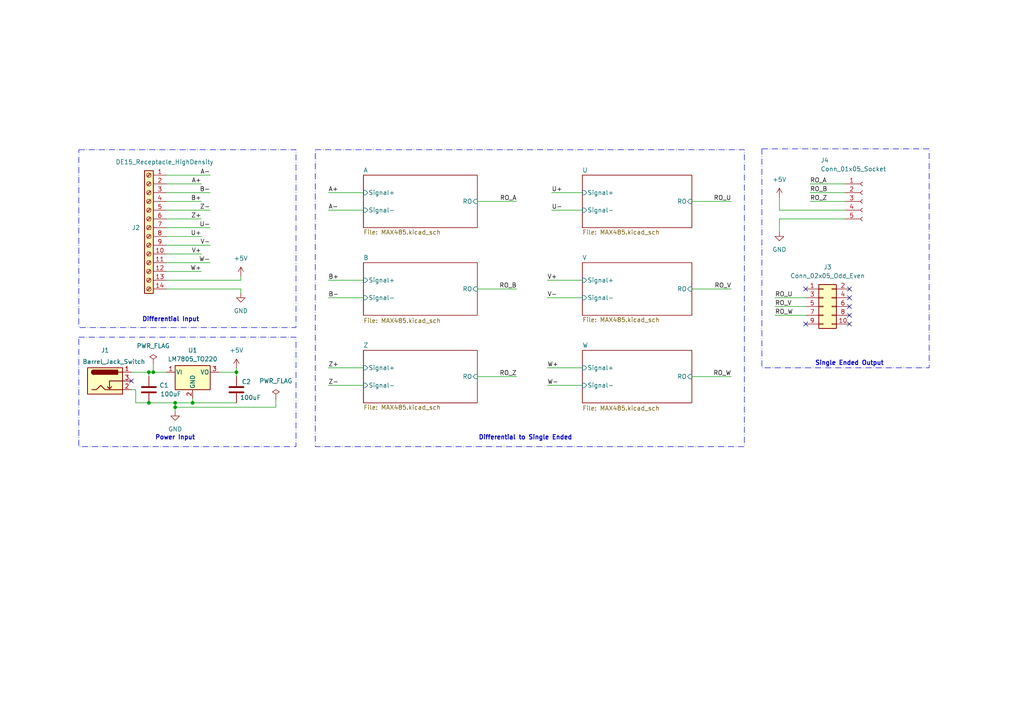
<source format=kicad_sch>
(kicad_sch
	(version 20231120)
	(generator "eeschema")
	(generator_version "8.0")
	(uuid "792df23a-4011-45b7-b3e6-a192d031c1cc")
	(paper "A4")
	(title_block
		(title "Differential Pair to Single Ended Converter")
		(date "2024-05-02")
		(rev "1")
		(company "inQbe Innovations")
	)
	(lib_symbols
		(symbol "Connector:Barrel_Jack_Switch"
			(pin_names hide)
			(exclude_from_sim no)
			(in_bom yes)
			(on_board yes)
			(property "Reference" "J"
				(at 0 5.334 0)
				(effects
					(font
						(size 1.27 1.27)
					)
				)
			)
			(property "Value" "Barrel_Jack_Switch"
				(at 0 -5.08 0)
				(effects
					(font
						(size 1.27 1.27)
					)
				)
			)
			(property "Footprint" ""
				(at 1.27 -1.016 0)
				(effects
					(font
						(size 1.27 1.27)
					)
					(hide yes)
				)
			)
			(property "Datasheet" "~"
				(at 1.27 -1.016 0)
				(effects
					(font
						(size 1.27 1.27)
					)
					(hide yes)
				)
			)
			(property "Description" "DC Barrel Jack with an internal switch"
				(at 0 0 0)
				(effects
					(font
						(size 1.27 1.27)
					)
					(hide yes)
				)
			)
			(property "ki_keywords" "DC power barrel jack connector"
				(at 0 0 0)
				(effects
					(font
						(size 1.27 1.27)
					)
					(hide yes)
				)
			)
			(property "ki_fp_filters" "BarrelJack*"
				(at 0 0 0)
				(effects
					(font
						(size 1.27 1.27)
					)
					(hide yes)
				)
			)
			(symbol "Barrel_Jack_Switch_0_1"
				(rectangle
					(start -5.08 3.81)
					(end 5.08 -3.81)
					(stroke
						(width 0.254)
						(type default)
					)
					(fill
						(type background)
					)
				)
				(arc
					(start -3.302 3.175)
					(mid -3.9343 2.54)
					(end -3.302 1.905)
					(stroke
						(width 0.254)
						(type default)
					)
					(fill
						(type none)
					)
				)
				(arc
					(start -3.302 3.175)
					(mid -3.9343 2.54)
					(end -3.302 1.905)
					(stroke
						(width 0.254)
						(type default)
					)
					(fill
						(type outline)
					)
				)
				(polyline
					(pts
						(xy 1.27 -2.286) (xy 1.905 -1.651)
					)
					(stroke
						(width 0.254)
						(type default)
					)
					(fill
						(type none)
					)
				)
				(polyline
					(pts
						(xy 5.08 2.54) (xy 3.81 2.54)
					)
					(stroke
						(width 0.254)
						(type default)
					)
					(fill
						(type none)
					)
				)
				(polyline
					(pts
						(xy 5.08 0) (xy 1.27 0) (xy 1.27 -2.286) (xy 0.635 -1.651)
					)
					(stroke
						(width 0.254)
						(type default)
					)
					(fill
						(type none)
					)
				)
				(polyline
					(pts
						(xy -3.81 -2.54) (xy -2.54 -2.54) (xy -1.27 -1.27) (xy 0 -2.54) (xy 2.54 -2.54) (xy 5.08 -2.54)
					)
					(stroke
						(width 0.254)
						(type default)
					)
					(fill
						(type none)
					)
				)
				(rectangle
					(start 3.683 3.175)
					(end -3.302 1.905)
					(stroke
						(width 0.254)
						(type default)
					)
					(fill
						(type outline)
					)
				)
			)
			(symbol "Barrel_Jack_Switch_1_1"
				(pin passive line
					(at 7.62 2.54 180)
					(length 2.54)
					(name "~"
						(effects
							(font
								(size 1.27 1.27)
							)
						)
					)
					(number "1"
						(effects
							(font
								(size 1.27 1.27)
							)
						)
					)
				)
				(pin passive line
					(at 7.62 -2.54 180)
					(length 2.54)
					(name "~"
						(effects
							(font
								(size 1.27 1.27)
							)
						)
					)
					(number "2"
						(effects
							(font
								(size 1.27 1.27)
							)
						)
					)
				)
				(pin passive line
					(at 7.62 0 180)
					(length 2.54)
					(name "~"
						(effects
							(font
								(size 1.27 1.27)
							)
						)
					)
					(number "3"
						(effects
							(font
								(size 1.27 1.27)
							)
						)
					)
				)
			)
		)
		(symbol "Connector:Conn_01x05_Socket"
			(pin_names
				(offset 1.016) hide)
			(exclude_from_sim no)
			(in_bom yes)
			(on_board yes)
			(property "Reference" "J"
				(at 0 7.62 0)
				(effects
					(font
						(size 1.27 1.27)
					)
				)
			)
			(property "Value" "Conn_01x05_Socket"
				(at 0 -7.62 0)
				(effects
					(font
						(size 1.27 1.27)
					)
				)
			)
			(property "Footprint" ""
				(at 0 0 0)
				(effects
					(font
						(size 1.27 1.27)
					)
					(hide yes)
				)
			)
			(property "Datasheet" "~"
				(at 0 0 0)
				(effects
					(font
						(size 1.27 1.27)
					)
					(hide yes)
				)
			)
			(property "Description" "Generic connector, single row, 01x05, script generated"
				(at 0 0 0)
				(effects
					(font
						(size 1.27 1.27)
					)
					(hide yes)
				)
			)
			(property "ki_locked" ""
				(at 0 0 0)
				(effects
					(font
						(size 1.27 1.27)
					)
				)
			)
			(property "ki_keywords" "connector"
				(at 0 0 0)
				(effects
					(font
						(size 1.27 1.27)
					)
					(hide yes)
				)
			)
			(property "ki_fp_filters" "Connector*:*_1x??_*"
				(at 0 0 0)
				(effects
					(font
						(size 1.27 1.27)
					)
					(hide yes)
				)
			)
			(symbol "Conn_01x05_Socket_1_1"
				(arc
					(start 0 -4.572)
					(mid -0.5058 -5.08)
					(end 0 -5.588)
					(stroke
						(width 0.1524)
						(type default)
					)
					(fill
						(type none)
					)
				)
				(arc
					(start 0 -2.032)
					(mid -0.5058 -2.54)
					(end 0 -3.048)
					(stroke
						(width 0.1524)
						(type default)
					)
					(fill
						(type none)
					)
				)
				(polyline
					(pts
						(xy -1.27 -5.08) (xy -0.508 -5.08)
					)
					(stroke
						(width 0.1524)
						(type default)
					)
					(fill
						(type none)
					)
				)
				(polyline
					(pts
						(xy -1.27 -2.54) (xy -0.508 -2.54)
					)
					(stroke
						(width 0.1524)
						(type default)
					)
					(fill
						(type none)
					)
				)
				(polyline
					(pts
						(xy -1.27 0) (xy -0.508 0)
					)
					(stroke
						(width 0.1524)
						(type default)
					)
					(fill
						(type none)
					)
				)
				(polyline
					(pts
						(xy -1.27 2.54) (xy -0.508 2.54)
					)
					(stroke
						(width 0.1524)
						(type default)
					)
					(fill
						(type none)
					)
				)
				(polyline
					(pts
						(xy -1.27 5.08) (xy -0.508 5.08)
					)
					(stroke
						(width 0.1524)
						(type default)
					)
					(fill
						(type none)
					)
				)
				(arc
					(start 0 0.508)
					(mid -0.5058 0)
					(end 0 -0.508)
					(stroke
						(width 0.1524)
						(type default)
					)
					(fill
						(type none)
					)
				)
				(arc
					(start 0 3.048)
					(mid -0.5058 2.54)
					(end 0 2.032)
					(stroke
						(width 0.1524)
						(type default)
					)
					(fill
						(type none)
					)
				)
				(arc
					(start 0 5.588)
					(mid -0.5058 5.08)
					(end 0 4.572)
					(stroke
						(width 0.1524)
						(type default)
					)
					(fill
						(type none)
					)
				)
				(pin passive line
					(at -5.08 5.08 0)
					(length 3.81)
					(name "Pin_1"
						(effects
							(font
								(size 1.27 1.27)
							)
						)
					)
					(number "1"
						(effects
							(font
								(size 1.27 1.27)
							)
						)
					)
				)
				(pin passive line
					(at -5.08 2.54 0)
					(length 3.81)
					(name "Pin_2"
						(effects
							(font
								(size 1.27 1.27)
							)
						)
					)
					(number "2"
						(effects
							(font
								(size 1.27 1.27)
							)
						)
					)
				)
				(pin passive line
					(at -5.08 0 0)
					(length 3.81)
					(name "Pin_3"
						(effects
							(font
								(size 1.27 1.27)
							)
						)
					)
					(number "3"
						(effects
							(font
								(size 1.27 1.27)
							)
						)
					)
				)
				(pin passive line
					(at -5.08 -2.54 0)
					(length 3.81)
					(name "Pin_4"
						(effects
							(font
								(size 1.27 1.27)
							)
						)
					)
					(number "4"
						(effects
							(font
								(size 1.27 1.27)
							)
						)
					)
				)
				(pin passive line
					(at -5.08 -5.08 0)
					(length 3.81)
					(name "Pin_5"
						(effects
							(font
								(size 1.27 1.27)
							)
						)
					)
					(number "5"
						(effects
							(font
								(size 1.27 1.27)
							)
						)
					)
				)
			)
		)
		(symbol "Connector:Screw_Terminal_01x14"
			(pin_names
				(offset 1.016) hide)
			(exclude_from_sim no)
			(in_bom yes)
			(on_board yes)
			(property "Reference" "J"
				(at 0 17.78 0)
				(effects
					(font
						(size 1.27 1.27)
					)
				)
			)
			(property "Value" "Screw_Terminal_01x14"
				(at 0 -20.32 0)
				(effects
					(font
						(size 1.27 1.27)
					)
				)
			)
			(property "Footprint" ""
				(at 0 0 0)
				(effects
					(font
						(size 1.27 1.27)
					)
					(hide yes)
				)
			)
			(property "Datasheet" "~"
				(at 0 0 0)
				(effects
					(font
						(size 1.27 1.27)
					)
					(hide yes)
				)
			)
			(property "Description" "Generic screw terminal, single row, 01x14, script generated (kicad-library-utils/schlib/autogen/connector/)"
				(at 0 0 0)
				(effects
					(font
						(size 1.27 1.27)
					)
					(hide yes)
				)
			)
			(property "ki_keywords" "screw terminal"
				(at 0 0 0)
				(effects
					(font
						(size 1.27 1.27)
					)
					(hide yes)
				)
			)
			(property "ki_fp_filters" "TerminalBlock*:*"
				(at 0 0 0)
				(effects
					(font
						(size 1.27 1.27)
					)
					(hide yes)
				)
			)
			(symbol "Screw_Terminal_01x14_1_1"
				(rectangle
					(start -1.27 16.51)
					(end 1.27 -19.05)
					(stroke
						(width 0.254)
						(type default)
					)
					(fill
						(type background)
					)
				)
				(circle
					(center 0 -17.78)
					(radius 0.635)
					(stroke
						(width 0.1524)
						(type default)
					)
					(fill
						(type none)
					)
				)
				(circle
					(center 0 -15.24)
					(radius 0.635)
					(stroke
						(width 0.1524)
						(type default)
					)
					(fill
						(type none)
					)
				)
				(circle
					(center 0 -12.7)
					(radius 0.635)
					(stroke
						(width 0.1524)
						(type default)
					)
					(fill
						(type none)
					)
				)
				(circle
					(center 0 -10.16)
					(radius 0.635)
					(stroke
						(width 0.1524)
						(type default)
					)
					(fill
						(type none)
					)
				)
				(circle
					(center 0 -7.62)
					(radius 0.635)
					(stroke
						(width 0.1524)
						(type default)
					)
					(fill
						(type none)
					)
				)
				(circle
					(center 0 -5.08)
					(radius 0.635)
					(stroke
						(width 0.1524)
						(type default)
					)
					(fill
						(type none)
					)
				)
				(circle
					(center 0 -2.54)
					(radius 0.635)
					(stroke
						(width 0.1524)
						(type default)
					)
					(fill
						(type none)
					)
				)
				(polyline
					(pts
						(xy -0.5334 -17.4498) (xy 0.3302 -18.288)
					)
					(stroke
						(width 0.1524)
						(type default)
					)
					(fill
						(type none)
					)
				)
				(polyline
					(pts
						(xy -0.5334 -14.9098) (xy 0.3302 -15.748)
					)
					(stroke
						(width 0.1524)
						(type default)
					)
					(fill
						(type none)
					)
				)
				(polyline
					(pts
						(xy -0.5334 -12.3698) (xy 0.3302 -13.208)
					)
					(stroke
						(width 0.1524)
						(type default)
					)
					(fill
						(type none)
					)
				)
				(polyline
					(pts
						(xy -0.5334 -9.8298) (xy 0.3302 -10.668)
					)
					(stroke
						(width 0.1524)
						(type default)
					)
					(fill
						(type none)
					)
				)
				(polyline
					(pts
						(xy -0.5334 -7.2898) (xy 0.3302 -8.128)
					)
					(stroke
						(width 0.1524)
						(type default)
					)
					(fill
						(type none)
					)
				)
				(polyline
					(pts
						(xy -0.5334 -4.7498) (xy 0.3302 -5.588)
					)
					(stroke
						(width 0.1524)
						(type default)
					)
					(fill
						(type none)
					)
				)
				(polyline
					(pts
						(xy -0.5334 -2.2098) (xy 0.3302 -3.048)
					)
					(stroke
						(width 0.1524)
						(type default)
					)
					(fill
						(type none)
					)
				)
				(polyline
					(pts
						(xy -0.5334 0.3302) (xy 0.3302 -0.508)
					)
					(stroke
						(width 0.1524)
						(type default)
					)
					(fill
						(type none)
					)
				)
				(polyline
					(pts
						(xy -0.5334 2.8702) (xy 0.3302 2.032)
					)
					(stroke
						(width 0.1524)
						(type default)
					)
					(fill
						(type none)
					)
				)
				(polyline
					(pts
						(xy -0.5334 5.4102) (xy 0.3302 4.572)
					)
					(stroke
						(width 0.1524)
						(type default)
					)
					(fill
						(type none)
					)
				)
				(polyline
					(pts
						(xy -0.5334 7.9502) (xy 0.3302 7.112)
					)
					(stroke
						(width 0.1524)
						(type default)
					)
					(fill
						(type none)
					)
				)
				(polyline
					(pts
						(xy -0.5334 10.4902) (xy 0.3302 9.652)
					)
					(stroke
						(width 0.1524)
						(type default)
					)
					(fill
						(type none)
					)
				)
				(polyline
					(pts
						(xy -0.5334 13.0302) (xy 0.3302 12.192)
					)
					(stroke
						(width 0.1524)
						(type default)
					)
					(fill
						(type none)
					)
				)
				(polyline
					(pts
						(xy -0.5334 15.5702) (xy 0.3302 14.732)
					)
					(stroke
						(width 0.1524)
						(type default)
					)
					(fill
						(type none)
					)
				)
				(polyline
					(pts
						(xy -0.3556 -17.272) (xy 0.508 -18.1102)
					)
					(stroke
						(width 0.1524)
						(type default)
					)
					(fill
						(type none)
					)
				)
				(polyline
					(pts
						(xy -0.3556 -14.732) (xy 0.508 -15.5702)
					)
					(stroke
						(width 0.1524)
						(type default)
					)
					(fill
						(type none)
					)
				)
				(polyline
					(pts
						(xy -0.3556 -12.192) (xy 0.508 -13.0302)
					)
					(stroke
						(width 0.1524)
						(type default)
					)
					(fill
						(type none)
					)
				)
				(polyline
					(pts
						(xy -0.3556 -9.652) (xy 0.508 -10.4902)
					)
					(stroke
						(width 0.1524)
						(type default)
					)
					(fill
						(type none)
					)
				)
				(polyline
					(pts
						(xy -0.3556 -7.112) (xy 0.508 -7.9502)
					)
					(stroke
						(width 0.1524)
						(type default)
					)
					(fill
						(type none)
					)
				)
				(polyline
					(pts
						(xy -0.3556 -4.572) (xy 0.508 -5.4102)
					)
					(stroke
						(width 0.1524)
						(type default)
					)
					(fill
						(type none)
					)
				)
				(polyline
					(pts
						(xy -0.3556 -2.032) (xy 0.508 -2.8702)
					)
					(stroke
						(width 0.1524)
						(type default)
					)
					(fill
						(type none)
					)
				)
				(polyline
					(pts
						(xy -0.3556 0.508) (xy 0.508 -0.3302)
					)
					(stroke
						(width 0.1524)
						(type default)
					)
					(fill
						(type none)
					)
				)
				(polyline
					(pts
						(xy -0.3556 3.048) (xy 0.508 2.2098)
					)
					(stroke
						(width 0.1524)
						(type default)
					)
					(fill
						(type none)
					)
				)
				(polyline
					(pts
						(xy -0.3556 5.588) (xy 0.508 4.7498)
					)
					(stroke
						(width 0.1524)
						(type default)
					)
					(fill
						(type none)
					)
				)
				(polyline
					(pts
						(xy -0.3556 8.128) (xy 0.508 7.2898)
					)
					(stroke
						(width 0.1524)
						(type default)
					)
					(fill
						(type none)
					)
				)
				(polyline
					(pts
						(xy -0.3556 10.668) (xy 0.508 9.8298)
					)
					(stroke
						(width 0.1524)
						(type default)
					)
					(fill
						(type none)
					)
				)
				(polyline
					(pts
						(xy -0.3556 13.208) (xy 0.508 12.3698)
					)
					(stroke
						(width 0.1524)
						(type default)
					)
					(fill
						(type none)
					)
				)
				(polyline
					(pts
						(xy -0.3556 15.748) (xy 0.508 14.9098)
					)
					(stroke
						(width 0.1524)
						(type default)
					)
					(fill
						(type none)
					)
				)
				(circle
					(center 0 0)
					(radius 0.635)
					(stroke
						(width 0.1524)
						(type default)
					)
					(fill
						(type none)
					)
				)
				(circle
					(center 0 2.54)
					(radius 0.635)
					(stroke
						(width 0.1524)
						(type default)
					)
					(fill
						(type none)
					)
				)
				(circle
					(center 0 5.08)
					(radius 0.635)
					(stroke
						(width 0.1524)
						(type default)
					)
					(fill
						(type none)
					)
				)
				(circle
					(center 0 7.62)
					(radius 0.635)
					(stroke
						(width 0.1524)
						(type default)
					)
					(fill
						(type none)
					)
				)
				(circle
					(center 0 10.16)
					(radius 0.635)
					(stroke
						(width 0.1524)
						(type default)
					)
					(fill
						(type none)
					)
				)
				(circle
					(center 0 12.7)
					(radius 0.635)
					(stroke
						(width 0.1524)
						(type default)
					)
					(fill
						(type none)
					)
				)
				(circle
					(center 0 15.24)
					(radius 0.635)
					(stroke
						(width 0.1524)
						(type default)
					)
					(fill
						(type none)
					)
				)
				(pin passive line
					(at -5.08 15.24 0)
					(length 3.81)
					(name "Pin_1"
						(effects
							(font
								(size 1.27 1.27)
							)
						)
					)
					(number "1"
						(effects
							(font
								(size 1.27 1.27)
							)
						)
					)
				)
				(pin passive line
					(at -5.08 -7.62 0)
					(length 3.81)
					(name "Pin_10"
						(effects
							(font
								(size 1.27 1.27)
							)
						)
					)
					(number "10"
						(effects
							(font
								(size 1.27 1.27)
							)
						)
					)
				)
				(pin passive line
					(at -5.08 -10.16 0)
					(length 3.81)
					(name "Pin_11"
						(effects
							(font
								(size 1.27 1.27)
							)
						)
					)
					(number "11"
						(effects
							(font
								(size 1.27 1.27)
							)
						)
					)
				)
				(pin passive line
					(at -5.08 -12.7 0)
					(length 3.81)
					(name "Pin_12"
						(effects
							(font
								(size 1.27 1.27)
							)
						)
					)
					(number "12"
						(effects
							(font
								(size 1.27 1.27)
							)
						)
					)
				)
				(pin passive line
					(at -5.08 -15.24 0)
					(length 3.81)
					(name "Pin_13"
						(effects
							(font
								(size 1.27 1.27)
							)
						)
					)
					(number "13"
						(effects
							(font
								(size 1.27 1.27)
							)
						)
					)
				)
				(pin passive line
					(at -5.08 -17.78 0)
					(length 3.81)
					(name "Pin_14"
						(effects
							(font
								(size 1.27 1.27)
							)
						)
					)
					(number "14"
						(effects
							(font
								(size 1.27 1.27)
							)
						)
					)
				)
				(pin passive line
					(at -5.08 12.7 0)
					(length 3.81)
					(name "Pin_2"
						(effects
							(font
								(size 1.27 1.27)
							)
						)
					)
					(number "2"
						(effects
							(font
								(size 1.27 1.27)
							)
						)
					)
				)
				(pin passive line
					(at -5.08 10.16 0)
					(length 3.81)
					(name "Pin_3"
						(effects
							(font
								(size 1.27 1.27)
							)
						)
					)
					(number "3"
						(effects
							(font
								(size 1.27 1.27)
							)
						)
					)
				)
				(pin passive line
					(at -5.08 7.62 0)
					(length 3.81)
					(name "Pin_4"
						(effects
							(font
								(size 1.27 1.27)
							)
						)
					)
					(number "4"
						(effects
							(font
								(size 1.27 1.27)
							)
						)
					)
				)
				(pin passive line
					(at -5.08 5.08 0)
					(length 3.81)
					(name "Pin_5"
						(effects
							(font
								(size 1.27 1.27)
							)
						)
					)
					(number "5"
						(effects
							(font
								(size 1.27 1.27)
							)
						)
					)
				)
				(pin passive line
					(at -5.08 2.54 0)
					(length 3.81)
					(name "Pin_6"
						(effects
							(font
								(size 1.27 1.27)
							)
						)
					)
					(number "6"
						(effects
							(font
								(size 1.27 1.27)
							)
						)
					)
				)
				(pin passive line
					(at -5.08 0 0)
					(length 3.81)
					(name "Pin_7"
						(effects
							(font
								(size 1.27 1.27)
							)
						)
					)
					(number "7"
						(effects
							(font
								(size 1.27 1.27)
							)
						)
					)
				)
				(pin passive line
					(at -5.08 -2.54 0)
					(length 3.81)
					(name "Pin_8"
						(effects
							(font
								(size 1.27 1.27)
							)
						)
					)
					(number "8"
						(effects
							(font
								(size 1.27 1.27)
							)
						)
					)
				)
				(pin passive line
					(at -5.08 -5.08 0)
					(length 3.81)
					(name "Pin_9"
						(effects
							(font
								(size 1.27 1.27)
							)
						)
					)
					(number "9"
						(effects
							(font
								(size 1.27 1.27)
							)
						)
					)
				)
			)
		)
		(symbol "Connector_Generic:Conn_02x05_Odd_Even"
			(pin_names
				(offset 1.016) hide)
			(exclude_from_sim no)
			(in_bom yes)
			(on_board yes)
			(property "Reference" "J"
				(at 1.27 7.62 0)
				(effects
					(font
						(size 1.27 1.27)
					)
				)
			)
			(property "Value" "Conn_02x05_Odd_Even"
				(at 1.27 -7.62 0)
				(effects
					(font
						(size 1.27 1.27)
					)
				)
			)
			(property "Footprint" ""
				(at 0 0 0)
				(effects
					(font
						(size 1.27 1.27)
					)
					(hide yes)
				)
			)
			(property "Datasheet" "~"
				(at 0 0 0)
				(effects
					(font
						(size 1.27 1.27)
					)
					(hide yes)
				)
			)
			(property "Description" "Generic connector, double row, 02x05, odd/even pin numbering scheme (row 1 odd numbers, row 2 even numbers), script generated (kicad-library-utils/schlib/autogen/connector/)"
				(at 0 0 0)
				(effects
					(font
						(size 1.27 1.27)
					)
					(hide yes)
				)
			)
			(property "ki_keywords" "connector"
				(at 0 0 0)
				(effects
					(font
						(size 1.27 1.27)
					)
					(hide yes)
				)
			)
			(property "ki_fp_filters" "Connector*:*_2x??_*"
				(at 0 0 0)
				(effects
					(font
						(size 1.27 1.27)
					)
					(hide yes)
				)
			)
			(symbol "Conn_02x05_Odd_Even_1_1"
				(rectangle
					(start -1.27 -4.953)
					(end 0 -5.207)
					(stroke
						(width 0.1524)
						(type default)
					)
					(fill
						(type none)
					)
				)
				(rectangle
					(start -1.27 -2.413)
					(end 0 -2.667)
					(stroke
						(width 0.1524)
						(type default)
					)
					(fill
						(type none)
					)
				)
				(rectangle
					(start -1.27 0.127)
					(end 0 -0.127)
					(stroke
						(width 0.1524)
						(type default)
					)
					(fill
						(type none)
					)
				)
				(rectangle
					(start -1.27 2.667)
					(end 0 2.413)
					(stroke
						(width 0.1524)
						(type default)
					)
					(fill
						(type none)
					)
				)
				(rectangle
					(start -1.27 5.207)
					(end 0 4.953)
					(stroke
						(width 0.1524)
						(type default)
					)
					(fill
						(type none)
					)
				)
				(rectangle
					(start -1.27 6.35)
					(end 3.81 -6.35)
					(stroke
						(width 0.254)
						(type default)
					)
					(fill
						(type background)
					)
				)
				(rectangle
					(start 3.81 -4.953)
					(end 2.54 -5.207)
					(stroke
						(width 0.1524)
						(type default)
					)
					(fill
						(type none)
					)
				)
				(rectangle
					(start 3.81 -2.413)
					(end 2.54 -2.667)
					(stroke
						(width 0.1524)
						(type default)
					)
					(fill
						(type none)
					)
				)
				(rectangle
					(start 3.81 0.127)
					(end 2.54 -0.127)
					(stroke
						(width 0.1524)
						(type default)
					)
					(fill
						(type none)
					)
				)
				(rectangle
					(start 3.81 2.667)
					(end 2.54 2.413)
					(stroke
						(width 0.1524)
						(type default)
					)
					(fill
						(type none)
					)
				)
				(rectangle
					(start 3.81 5.207)
					(end 2.54 4.953)
					(stroke
						(width 0.1524)
						(type default)
					)
					(fill
						(type none)
					)
				)
				(pin passive line
					(at -5.08 5.08 0)
					(length 3.81)
					(name "Pin_1"
						(effects
							(font
								(size 1.27 1.27)
							)
						)
					)
					(number "1"
						(effects
							(font
								(size 1.27 1.27)
							)
						)
					)
				)
				(pin passive line
					(at 7.62 -5.08 180)
					(length 3.81)
					(name "Pin_10"
						(effects
							(font
								(size 1.27 1.27)
							)
						)
					)
					(number "10"
						(effects
							(font
								(size 1.27 1.27)
							)
						)
					)
				)
				(pin passive line
					(at 7.62 5.08 180)
					(length 3.81)
					(name "Pin_2"
						(effects
							(font
								(size 1.27 1.27)
							)
						)
					)
					(number "2"
						(effects
							(font
								(size 1.27 1.27)
							)
						)
					)
				)
				(pin passive line
					(at -5.08 2.54 0)
					(length 3.81)
					(name "Pin_3"
						(effects
							(font
								(size 1.27 1.27)
							)
						)
					)
					(number "3"
						(effects
							(font
								(size 1.27 1.27)
							)
						)
					)
				)
				(pin passive line
					(at 7.62 2.54 180)
					(length 3.81)
					(name "Pin_4"
						(effects
							(font
								(size 1.27 1.27)
							)
						)
					)
					(number "4"
						(effects
							(font
								(size 1.27 1.27)
							)
						)
					)
				)
				(pin passive line
					(at -5.08 0 0)
					(length 3.81)
					(name "Pin_5"
						(effects
							(font
								(size 1.27 1.27)
							)
						)
					)
					(number "5"
						(effects
							(font
								(size 1.27 1.27)
							)
						)
					)
				)
				(pin passive line
					(at 7.62 0 180)
					(length 3.81)
					(name "Pin_6"
						(effects
							(font
								(size 1.27 1.27)
							)
						)
					)
					(number "6"
						(effects
							(font
								(size 1.27 1.27)
							)
						)
					)
				)
				(pin passive line
					(at -5.08 -2.54 0)
					(length 3.81)
					(name "Pin_7"
						(effects
							(font
								(size 1.27 1.27)
							)
						)
					)
					(number "7"
						(effects
							(font
								(size 1.27 1.27)
							)
						)
					)
				)
				(pin passive line
					(at 7.62 -2.54 180)
					(length 3.81)
					(name "Pin_8"
						(effects
							(font
								(size 1.27 1.27)
							)
						)
					)
					(number "8"
						(effects
							(font
								(size 1.27 1.27)
							)
						)
					)
				)
				(pin passive line
					(at -5.08 -5.08 0)
					(length 3.81)
					(name "Pin_9"
						(effects
							(font
								(size 1.27 1.27)
							)
						)
					)
					(number "9"
						(effects
							(font
								(size 1.27 1.27)
							)
						)
					)
				)
			)
		)
		(symbol "Device:C"
			(pin_numbers hide)
			(pin_names
				(offset 0.254)
			)
			(exclude_from_sim no)
			(in_bom yes)
			(on_board yes)
			(property "Reference" "C"
				(at 0.635 2.54 0)
				(effects
					(font
						(size 1.27 1.27)
					)
					(justify left)
				)
			)
			(property "Value" "C"
				(at 0.635 -2.54 0)
				(effects
					(font
						(size 1.27 1.27)
					)
					(justify left)
				)
			)
			(property "Footprint" ""
				(at 0.9652 -3.81 0)
				(effects
					(font
						(size 1.27 1.27)
					)
					(hide yes)
				)
			)
			(property "Datasheet" "~"
				(at 0 0 0)
				(effects
					(font
						(size 1.27 1.27)
					)
					(hide yes)
				)
			)
			(property "Description" "Unpolarized capacitor"
				(at 0 0 0)
				(effects
					(font
						(size 1.27 1.27)
					)
					(hide yes)
				)
			)
			(property "ki_keywords" "cap capacitor"
				(at 0 0 0)
				(effects
					(font
						(size 1.27 1.27)
					)
					(hide yes)
				)
			)
			(property "ki_fp_filters" "C_*"
				(at 0 0 0)
				(effects
					(font
						(size 1.27 1.27)
					)
					(hide yes)
				)
			)
			(symbol "C_0_1"
				(polyline
					(pts
						(xy -2.032 -0.762) (xy 2.032 -0.762)
					)
					(stroke
						(width 0.508)
						(type default)
					)
					(fill
						(type none)
					)
				)
				(polyline
					(pts
						(xy -2.032 0.762) (xy 2.032 0.762)
					)
					(stroke
						(width 0.508)
						(type default)
					)
					(fill
						(type none)
					)
				)
			)
			(symbol "C_1_1"
				(pin passive line
					(at 0 3.81 270)
					(length 2.794)
					(name "~"
						(effects
							(font
								(size 1.27 1.27)
							)
						)
					)
					(number "1"
						(effects
							(font
								(size 1.27 1.27)
							)
						)
					)
				)
				(pin passive line
					(at 0 -3.81 90)
					(length 2.794)
					(name "~"
						(effects
							(font
								(size 1.27 1.27)
							)
						)
					)
					(number "2"
						(effects
							(font
								(size 1.27 1.27)
							)
						)
					)
				)
			)
		)
		(symbol "Regulator_Linear:LM7805_TO220"
			(pin_names
				(offset 0.254)
			)
			(exclude_from_sim no)
			(in_bom yes)
			(on_board yes)
			(property "Reference" "U"
				(at -3.81 3.175 0)
				(effects
					(font
						(size 1.27 1.27)
					)
				)
			)
			(property "Value" "LM7805_TO220"
				(at 0 3.175 0)
				(effects
					(font
						(size 1.27 1.27)
					)
					(justify left)
				)
			)
			(property "Footprint" "Package_TO_SOT_THT:TO-220-3_Vertical"
				(at 0 5.715 0)
				(effects
					(font
						(size 1.27 1.27)
						(italic yes)
					)
					(hide yes)
				)
			)
			(property "Datasheet" "https://www.onsemi.cn/PowerSolutions/document/MC7800-D.PDF"
				(at 0 -1.27 0)
				(effects
					(font
						(size 1.27 1.27)
					)
					(hide yes)
				)
			)
			(property "Description" "Positive 1A 35V Linear Regulator, Fixed Output 5V, TO-220"
				(at 0 0 0)
				(effects
					(font
						(size 1.27 1.27)
					)
					(hide yes)
				)
			)
			(property "ki_keywords" "Voltage Regulator 1A Positive"
				(at 0 0 0)
				(effects
					(font
						(size 1.27 1.27)
					)
					(hide yes)
				)
			)
			(property "ki_fp_filters" "TO?220*"
				(at 0 0 0)
				(effects
					(font
						(size 1.27 1.27)
					)
					(hide yes)
				)
			)
			(symbol "LM7805_TO220_0_1"
				(rectangle
					(start -5.08 1.905)
					(end 5.08 -5.08)
					(stroke
						(width 0.254)
						(type default)
					)
					(fill
						(type background)
					)
				)
			)
			(symbol "LM7805_TO220_1_1"
				(pin power_in line
					(at -7.62 0 0)
					(length 2.54)
					(name "VI"
						(effects
							(font
								(size 1.27 1.27)
							)
						)
					)
					(number "1"
						(effects
							(font
								(size 1.27 1.27)
							)
						)
					)
				)
				(pin power_in line
					(at 0 -7.62 90)
					(length 2.54)
					(name "GND"
						(effects
							(font
								(size 1.27 1.27)
							)
						)
					)
					(number "2"
						(effects
							(font
								(size 1.27 1.27)
							)
						)
					)
				)
				(pin power_out line
					(at 7.62 0 180)
					(length 2.54)
					(name "VO"
						(effects
							(font
								(size 1.27 1.27)
							)
						)
					)
					(number "3"
						(effects
							(font
								(size 1.27 1.27)
							)
						)
					)
				)
			)
		)
		(symbol "power:+5V"
			(power)
			(pin_numbers hide)
			(pin_names
				(offset 0) hide)
			(exclude_from_sim no)
			(in_bom yes)
			(on_board yes)
			(property "Reference" "#PWR"
				(at 0 -3.81 0)
				(effects
					(font
						(size 1.27 1.27)
					)
					(hide yes)
				)
			)
			(property "Value" "+5V"
				(at 0 3.556 0)
				(effects
					(font
						(size 1.27 1.27)
					)
				)
			)
			(property "Footprint" ""
				(at 0 0 0)
				(effects
					(font
						(size 1.27 1.27)
					)
					(hide yes)
				)
			)
			(property "Datasheet" ""
				(at 0 0 0)
				(effects
					(font
						(size 1.27 1.27)
					)
					(hide yes)
				)
			)
			(property "Description" "Power symbol creates a global label with name \"+5V\""
				(at 0 0 0)
				(effects
					(font
						(size 1.27 1.27)
					)
					(hide yes)
				)
			)
			(property "ki_keywords" "global power"
				(at 0 0 0)
				(effects
					(font
						(size 1.27 1.27)
					)
					(hide yes)
				)
			)
			(symbol "+5V_0_1"
				(polyline
					(pts
						(xy -0.762 1.27) (xy 0 2.54)
					)
					(stroke
						(width 0)
						(type default)
					)
					(fill
						(type none)
					)
				)
				(polyline
					(pts
						(xy 0 0) (xy 0 2.54)
					)
					(stroke
						(width 0)
						(type default)
					)
					(fill
						(type none)
					)
				)
				(polyline
					(pts
						(xy 0 2.54) (xy 0.762 1.27)
					)
					(stroke
						(width 0)
						(type default)
					)
					(fill
						(type none)
					)
				)
			)
			(symbol "+5V_1_1"
				(pin power_in line
					(at 0 0 90)
					(length 0)
					(name "~"
						(effects
							(font
								(size 1.27 1.27)
							)
						)
					)
					(number "1"
						(effects
							(font
								(size 1.27 1.27)
							)
						)
					)
				)
			)
		)
		(symbol "power:GND"
			(power)
			(pin_numbers hide)
			(pin_names
				(offset 0) hide)
			(exclude_from_sim no)
			(in_bom yes)
			(on_board yes)
			(property "Reference" "#PWR"
				(at 0 -6.35 0)
				(effects
					(font
						(size 1.27 1.27)
					)
					(hide yes)
				)
			)
			(property "Value" "GND"
				(at 0 -3.81 0)
				(effects
					(font
						(size 1.27 1.27)
					)
				)
			)
			(property "Footprint" ""
				(at 0 0 0)
				(effects
					(font
						(size 1.27 1.27)
					)
					(hide yes)
				)
			)
			(property "Datasheet" ""
				(at 0 0 0)
				(effects
					(font
						(size 1.27 1.27)
					)
					(hide yes)
				)
			)
			(property "Description" "Power symbol creates a global label with name \"GND\" , ground"
				(at 0 0 0)
				(effects
					(font
						(size 1.27 1.27)
					)
					(hide yes)
				)
			)
			(property "ki_keywords" "global power"
				(at 0 0 0)
				(effects
					(font
						(size 1.27 1.27)
					)
					(hide yes)
				)
			)
			(symbol "GND_0_1"
				(polyline
					(pts
						(xy 0 0) (xy 0 -1.27) (xy 1.27 -1.27) (xy 0 -2.54) (xy -1.27 -1.27) (xy 0 -1.27)
					)
					(stroke
						(width 0)
						(type default)
					)
					(fill
						(type none)
					)
				)
			)
			(symbol "GND_1_1"
				(pin power_in line
					(at 0 0 270)
					(length 0)
					(name "~"
						(effects
							(font
								(size 1.27 1.27)
							)
						)
					)
					(number "1"
						(effects
							(font
								(size 1.27 1.27)
							)
						)
					)
				)
			)
		)
		(symbol "power:PWR_FLAG"
			(power)
			(pin_numbers hide)
			(pin_names
				(offset 0) hide)
			(exclude_from_sim no)
			(in_bom yes)
			(on_board yes)
			(property "Reference" "#FLG"
				(at 0 1.905 0)
				(effects
					(font
						(size 1.27 1.27)
					)
					(hide yes)
				)
			)
			(property "Value" "PWR_FLAG"
				(at 0 3.81 0)
				(effects
					(font
						(size 1.27 1.27)
					)
				)
			)
			(property "Footprint" ""
				(at 0 0 0)
				(effects
					(font
						(size 1.27 1.27)
					)
					(hide yes)
				)
			)
			(property "Datasheet" "~"
				(at 0 0 0)
				(effects
					(font
						(size 1.27 1.27)
					)
					(hide yes)
				)
			)
			(property "Description" "Special symbol for telling ERC where power comes from"
				(at 0 0 0)
				(effects
					(font
						(size 1.27 1.27)
					)
					(hide yes)
				)
			)
			(property "ki_keywords" "flag power"
				(at 0 0 0)
				(effects
					(font
						(size 1.27 1.27)
					)
					(hide yes)
				)
			)
			(symbol "PWR_FLAG_0_0"
				(pin power_out line
					(at 0 0 90)
					(length 0)
					(name "~"
						(effects
							(font
								(size 1.27 1.27)
							)
						)
					)
					(number "1"
						(effects
							(font
								(size 1.27 1.27)
							)
						)
					)
				)
			)
			(symbol "PWR_FLAG_0_1"
				(polyline
					(pts
						(xy 0 0) (xy 0 1.27) (xy -1.016 1.905) (xy 0 2.54) (xy 1.016 1.905) (xy 0 1.27)
					)
					(stroke
						(width 0)
						(type default)
					)
					(fill
						(type none)
					)
				)
			)
		)
	)
	(junction
		(at 50.8 118.11)
		(diameter 0)
		(color 0 0 0 0)
		(uuid "00ebd988-cdab-4702-86d4-eb1fdc302f71")
	)
	(junction
		(at 43.18 107.95)
		(diameter 0)
		(color 0 0 0 0)
		(uuid "21983095-80a5-4c92-b575-6852b79486c7")
	)
	(junction
		(at 44.45 107.95)
		(diameter 0)
		(color 0 0 0 0)
		(uuid "4b2a56b4-28fe-40f4-a9f8-7cca8b250eb1")
	)
	(junction
		(at 43.18 116.84)
		(diameter 0)
		(color 0 0 0 0)
		(uuid "4d5b041e-ffc2-4e9e-af41-c5765a335d94")
	)
	(junction
		(at 68.58 107.95)
		(diameter 0)
		(color 0 0 0 0)
		(uuid "6d745fee-c3f4-4bae-91b0-051cf66ace31")
	)
	(junction
		(at 55.88 116.84)
		(diameter 0)
		(color 0 0 0 0)
		(uuid "d01780d4-4fa5-472b-a30b-947e12b565c6")
	)
	(junction
		(at 50.8 116.84)
		(diameter 0)
		(color 0 0 0 0)
		(uuid "f54fe83c-75ff-453c-9bd8-bb75c09dea46")
	)
	(no_connect
		(at 246.38 86.36)
		(uuid "1462a1a5-a949-4fd1-a670-a06a4d9624df")
	)
	(no_connect
		(at 246.38 91.44)
		(uuid "52c7ead6-8b0a-4349-85fe-536670e3da7f")
	)
	(no_connect
		(at 233.68 83.82)
		(uuid "56690b9d-8719-45d7-8a60-0639f138e04e")
	)
	(no_connect
		(at 38.1 110.49)
		(uuid "5dd7ec45-6e38-4cf8-abd7-ac64a7028cbd")
	)
	(no_connect
		(at 246.38 88.9)
		(uuid "6640fcab-d7ca-442b-9f47-3f04db1c6e6d")
	)
	(no_connect
		(at 246.38 93.98)
		(uuid "941056d7-c611-4a77-94ad-dac52ad0bf94")
	)
	(no_connect
		(at 233.68 93.98)
		(uuid "d7ee6871-b40e-4970-baab-03c138a36d55")
	)
	(no_connect
		(at 246.38 83.82)
		(uuid "fb9c73de-c202-4da9-ad95-b93ed2e9658b")
	)
	(wire
		(pts
			(xy 55.88 116.84) (xy 55.88 115.57)
		)
		(stroke
			(width 0)
			(type default)
		)
		(uuid "003da0c2-dd22-4a60-8cf6-dac45e18be0d")
	)
	(wire
		(pts
			(xy 43.18 109.22) (xy 43.18 107.95)
		)
		(stroke
			(width 0)
			(type default)
		)
		(uuid "01f6e0c3-2741-4f67-a805-ece6da8e185f")
	)
	(wire
		(pts
			(xy 226.06 63.5) (xy 245.11 63.5)
		)
		(stroke
			(width 0)
			(type default)
		)
		(uuid "052eba7f-9b77-4be6-94a2-4509194886c2")
	)
	(wire
		(pts
			(xy 226.06 60.96) (xy 226.06 57.15)
		)
		(stroke
			(width 0)
			(type default)
		)
		(uuid "06420169-3140-4f18-a51f-363bce57d6c7")
	)
	(wire
		(pts
			(xy 158.75 81.28) (xy 168.91 81.28)
		)
		(stroke
			(width 0)
			(type default)
		)
		(uuid "0701cb48-dc30-4565-ad1d-529b98d616b2")
	)
	(wire
		(pts
			(xy 69.85 83.82) (xy 69.85 85.09)
		)
		(stroke
			(width 0)
			(type default)
		)
		(uuid "0845d28d-3e38-438b-8cbd-9a1517b741ae")
	)
	(wire
		(pts
			(xy 50.8 119.38) (xy 50.8 118.11)
		)
		(stroke
			(width 0)
			(type default)
		)
		(uuid "0e035707-b6a4-4ade-8461-48dbf10ccc40")
	)
	(wire
		(pts
			(xy 226.06 60.96) (xy 245.11 60.96)
		)
		(stroke
			(width 0)
			(type default)
		)
		(uuid "0e8ae288-ab2d-4b22-b252-c1d4d909e949")
	)
	(wire
		(pts
			(xy 60.96 55.88) (xy 48.26 55.88)
		)
		(stroke
			(width 0)
			(type default)
		)
		(uuid "11ec9574-ab1b-4229-b773-6a0ee52b6289")
	)
	(wire
		(pts
			(xy 48.26 68.58) (xy 58.42 68.58)
		)
		(stroke
			(width 0)
			(type default)
		)
		(uuid "1f039de0-19da-4ca8-bca0-40b6eb389738")
	)
	(wire
		(pts
			(xy 44.45 107.95) (xy 48.26 107.95)
		)
		(stroke
			(width 0)
			(type default)
		)
		(uuid "2570cfd7-7af1-491e-b786-ac08880c1bc8")
	)
	(wire
		(pts
			(xy 43.18 116.84) (xy 50.8 116.84)
		)
		(stroke
			(width 0)
			(type default)
		)
		(uuid "2fd79698-84e9-4e90-a527-fd42fecfa8a5")
	)
	(wire
		(pts
			(xy 224.79 88.9) (xy 233.68 88.9)
		)
		(stroke
			(width 0)
			(type default)
		)
		(uuid "33d0555b-c449-4203-8012-b7962d73dcc7")
	)
	(wire
		(pts
			(xy 60.96 76.2) (xy 48.26 76.2)
		)
		(stroke
			(width 0)
			(type default)
		)
		(uuid "36f51b67-9f18-4802-960c-62b215deeae8")
	)
	(wire
		(pts
			(xy 95.25 106.68) (xy 105.41 106.68)
		)
		(stroke
			(width 0)
			(type default)
		)
		(uuid "3768c2e4-52ec-4daa-9fe2-cbf09eed9f82")
	)
	(wire
		(pts
			(xy 160.02 60.96) (xy 168.91 60.96)
		)
		(stroke
			(width 0)
			(type default)
		)
		(uuid "38d00780-29eb-45a7-9335-4b9de352a5e2")
	)
	(wire
		(pts
			(xy 60.96 50.8) (xy 48.26 50.8)
		)
		(stroke
			(width 0)
			(type default)
		)
		(uuid "3dd0427f-5b58-44c8-a849-4aeb97445428")
	)
	(wire
		(pts
			(xy 224.79 86.36) (xy 233.68 86.36)
		)
		(stroke
			(width 0)
			(type default)
		)
		(uuid "40c60193-5d7b-41be-a5f0-231135a3c38d")
	)
	(wire
		(pts
			(xy 95.25 60.96) (xy 105.41 60.96)
		)
		(stroke
			(width 0)
			(type default)
		)
		(uuid "428c44db-aec1-4f85-aa39-9aa091a46f22")
	)
	(wire
		(pts
			(xy 43.18 107.95) (xy 44.45 107.95)
		)
		(stroke
			(width 0)
			(type default)
		)
		(uuid "4afbe19f-5ceb-4efb-b8ac-48b7875499b0")
	)
	(wire
		(pts
			(xy 200.66 58.42) (xy 212.09 58.42)
		)
		(stroke
			(width 0)
			(type default)
		)
		(uuid "4f9117e4-135d-41b3-9a9e-a0c66fb2356a")
	)
	(wire
		(pts
			(xy 58.42 73.66) (xy 48.26 73.66)
		)
		(stroke
			(width 0)
			(type default)
		)
		(uuid "50ac8776-8236-49cd-8edf-99dd5ef78bfe")
	)
	(wire
		(pts
			(xy 60.96 66.04) (xy 48.26 66.04)
		)
		(stroke
			(width 0)
			(type default)
		)
		(uuid "51e858b7-3b7d-441b-b125-7675766ab1d9")
	)
	(wire
		(pts
			(xy 50.8 118.11) (xy 80.01 118.11)
		)
		(stroke
			(width 0)
			(type default)
		)
		(uuid "54ee6651-1683-4dd3-a114-d122d850d8af")
	)
	(wire
		(pts
			(xy 138.43 83.82) (xy 149.86 83.82)
		)
		(stroke
			(width 0)
			(type default)
		)
		(uuid "55b753a0-55e8-40ea-a965-72ab1aa2af3d")
	)
	(wire
		(pts
			(xy 80.01 118.11) (xy 80.01 115.57)
		)
		(stroke
			(width 0)
			(type default)
		)
		(uuid "5be07cd7-c90c-4079-af83-d756992b5e65")
	)
	(wire
		(pts
			(xy 58.42 53.34) (xy 48.26 53.34)
		)
		(stroke
			(width 0)
			(type default)
		)
		(uuid "5e0644ee-5ad9-4a81-b7d0-d10a082ff30b")
	)
	(wire
		(pts
			(xy 55.88 116.84) (xy 68.58 116.84)
		)
		(stroke
			(width 0)
			(type default)
		)
		(uuid "61b3c922-3d72-482a-bcdf-80b43f155897")
	)
	(wire
		(pts
			(xy 224.79 91.44) (xy 233.68 91.44)
		)
		(stroke
			(width 0)
			(type default)
		)
		(uuid "62ad5be1-d327-48fb-8cad-0dac7dd9d118")
	)
	(wire
		(pts
			(xy 158.75 86.36) (xy 168.91 86.36)
		)
		(stroke
			(width 0)
			(type default)
		)
		(uuid "6430e0ef-a2c4-494a-85c5-86a680034b0f")
	)
	(wire
		(pts
			(xy 200.66 109.22) (xy 212.09 109.22)
		)
		(stroke
			(width 0)
			(type default)
		)
		(uuid "66526cc7-581d-4848-83f8-347240304071")
	)
	(wire
		(pts
			(xy 48.26 78.74) (xy 58.42 78.74)
		)
		(stroke
			(width 0)
			(type default)
		)
		(uuid "66eb432a-9f85-429d-a0f6-5f892d97c2b0")
	)
	(wire
		(pts
			(xy 69.85 80.01) (xy 69.85 81.28)
		)
		(stroke
			(width 0)
			(type default)
		)
		(uuid "68adff0e-0a98-41d1-a29e-e937afb5331f")
	)
	(wire
		(pts
			(xy 38.1 107.95) (xy 43.18 107.95)
		)
		(stroke
			(width 0)
			(type default)
		)
		(uuid "699cc12a-3c48-486d-8af8-0c446c722899")
	)
	(wire
		(pts
			(xy 138.43 109.22) (xy 149.86 109.22)
		)
		(stroke
			(width 0)
			(type default)
		)
		(uuid "6d972b27-1108-4022-bb12-080b654e9ee4")
	)
	(wire
		(pts
			(xy 200.66 83.82) (xy 212.09 83.82)
		)
		(stroke
			(width 0)
			(type default)
		)
		(uuid "730828b7-47a3-4f6e-b621-b58a7a78acf9")
	)
	(wire
		(pts
			(xy 95.25 55.88) (xy 105.41 55.88)
		)
		(stroke
			(width 0)
			(type default)
		)
		(uuid "775c0935-371b-410a-a45b-dc1896790a14")
	)
	(wire
		(pts
			(xy 50.8 116.84) (xy 50.8 118.11)
		)
		(stroke
			(width 0)
			(type default)
		)
		(uuid "7881e05f-af8b-4c39-ae69-30199533cf54")
	)
	(wire
		(pts
			(xy 158.75 106.68) (xy 168.91 106.68)
		)
		(stroke
			(width 0)
			(type default)
		)
		(uuid "7cf057ee-b4a8-4a87-a7ab-2a26e887881e")
	)
	(wire
		(pts
			(xy 39.37 113.03) (xy 39.37 116.84)
		)
		(stroke
			(width 0)
			(type default)
		)
		(uuid "7d84d211-cd42-4186-8c6a-f62206d63c0a")
	)
	(wire
		(pts
			(xy 234.95 58.42) (xy 245.11 58.42)
		)
		(stroke
			(width 0)
			(type default)
		)
		(uuid "801a20b7-19c5-453e-a77a-b711de6db3aa")
	)
	(wire
		(pts
			(xy 60.96 71.12) (xy 48.26 71.12)
		)
		(stroke
			(width 0)
			(type default)
		)
		(uuid "8b1568e8-a688-474e-a4f9-c671fcb78c6e")
	)
	(wire
		(pts
			(xy 48.26 83.82) (xy 69.85 83.82)
		)
		(stroke
			(width 0)
			(type default)
		)
		(uuid "94c19311-55b7-4f95-a70a-b40c2cecff4f")
	)
	(wire
		(pts
			(xy 60.96 60.96) (xy 48.26 60.96)
		)
		(stroke
			(width 0)
			(type default)
		)
		(uuid "951d209a-1f27-4ba4-acfb-4e0149de59bc")
	)
	(wire
		(pts
			(xy 95.25 81.28) (xy 105.41 81.28)
		)
		(stroke
			(width 0)
			(type default)
		)
		(uuid "9815b74c-91f7-4b04-be26-ddd395c11299")
	)
	(wire
		(pts
			(xy 58.42 58.42) (xy 48.26 58.42)
		)
		(stroke
			(width 0)
			(type default)
		)
		(uuid "a33ddcfc-06bb-457d-be5c-b0d4c3c7ce3f")
	)
	(wire
		(pts
			(xy 95.25 86.36) (xy 105.41 86.36)
		)
		(stroke
			(width 0)
			(type default)
		)
		(uuid "a4dbc3cf-1bcc-439e-9c5f-51bcc737ab25")
	)
	(wire
		(pts
			(xy 158.75 111.76) (xy 168.91 111.76)
		)
		(stroke
			(width 0)
			(type default)
		)
		(uuid "a68dcda2-7446-4617-8761-01720834f4d8")
	)
	(wire
		(pts
			(xy 226.06 63.5) (xy 226.06 67.31)
		)
		(stroke
			(width 0)
			(type default)
		)
		(uuid "a6b87118-765a-49be-96e0-cd692cc0a574")
	)
	(wire
		(pts
			(xy 68.58 106.68) (xy 68.58 107.95)
		)
		(stroke
			(width 0)
			(type default)
		)
		(uuid "ae0b5c8b-9898-472e-91a1-028538d21c49")
	)
	(wire
		(pts
			(xy 234.95 55.88) (xy 245.11 55.88)
		)
		(stroke
			(width 0)
			(type default)
		)
		(uuid "b183cd8d-ba72-4b9d-8f5c-c7cdd9d94c6a")
	)
	(wire
		(pts
			(xy 44.45 105.41) (xy 44.45 107.95)
		)
		(stroke
			(width 0)
			(type default)
		)
		(uuid "c2db22cb-e4d0-4773-9901-11e4efa11f31")
	)
	(wire
		(pts
			(xy 58.42 63.5) (xy 48.26 63.5)
		)
		(stroke
			(width 0)
			(type default)
		)
		(uuid "c49e7342-79b0-4696-9da3-3cad4b1d85ef")
	)
	(wire
		(pts
			(xy 160.02 55.88) (xy 168.91 55.88)
		)
		(stroke
			(width 0)
			(type default)
		)
		(uuid "c5182ea2-7a04-43ed-9bfe-b55b33803b94")
	)
	(wire
		(pts
			(xy 138.43 58.42) (xy 149.86 58.42)
		)
		(stroke
			(width 0)
			(type default)
		)
		(uuid "d1ef0552-901c-4b8e-8b4e-ee39a005bcc0")
	)
	(wire
		(pts
			(xy 38.1 113.03) (xy 39.37 113.03)
		)
		(stroke
			(width 0)
			(type default)
		)
		(uuid "d222bbef-26d7-4de2-90a6-218887b2cdb5")
	)
	(wire
		(pts
			(xy 68.58 107.95) (xy 68.58 109.22)
		)
		(stroke
			(width 0)
			(type default)
		)
		(uuid "d8e29046-15d9-413e-8105-020c63ad6402")
	)
	(wire
		(pts
			(xy 39.37 116.84) (xy 43.18 116.84)
		)
		(stroke
			(width 0)
			(type default)
		)
		(uuid "e259d317-88cc-43ad-a599-803fe45f00ff")
	)
	(wire
		(pts
			(xy 48.26 81.28) (xy 69.85 81.28)
		)
		(stroke
			(width 0)
			(type default)
		)
		(uuid "e4926bd5-5a0a-46f5-90fb-e04d9ef82d8d")
	)
	(wire
		(pts
			(xy 63.5 107.95) (xy 68.58 107.95)
		)
		(stroke
			(width 0)
			(type default)
		)
		(uuid "e522894d-d468-4f91-9dd3-a3be75677f5d")
	)
	(wire
		(pts
			(xy 50.8 116.84) (xy 55.88 116.84)
		)
		(stroke
			(width 0)
			(type default)
		)
		(uuid "e9342c57-0b5d-4a4b-a667-98a7b3c57457")
	)
	(wire
		(pts
			(xy 95.25 111.76) (xy 105.41 111.76)
		)
		(stroke
			(width 0)
			(type default)
		)
		(uuid "faf5e57b-550f-40db-840e-db5f9a99c2b6")
	)
	(wire
		(pts
			(xy 234.95 53.34) (xy 245.11 53.34)
		)
		(stroke
			(width 0)
			(type default)
		)
		(uuid "ff2f4530-9c7a-4b4c-9de8-9871aa6fe84b")
	)
	(rectangle
		(start 91.44 43.434)
		(end 215.9 129.54)
		(stroke
			(width 0)
			(type dash_dot)
		)
		(fill
			(type none)
		)
		(uuid 07e73d17-4bb6-4220-86b9-b48e44eca128)
	)
	(rectangle
		(start 220.98 43.18)
		(end 269.494 106.68)
		(stroke
			(width 0)
			(type dash_dot)
		)
		(fill
			(type none)
		)
		(uuid 85f509b1-31e3-4f5e-812b-8dc7e335e090)
	)
	(rectangle
		(start 22.86 97.79)
		(end 85.852 129.54)
		(stroke
			(width 0)
			(type dash_dot)
		)
		(fill
			(type none)
		)
		(uuid d532df50-e5e5-4ead-a3e4-555124be02dc)
	)
	(rectangle
		(start 22.86 43.434)
		(end 85.852 94.996)
		(stroke
			(width 0)
			(type dash_dot)
		)
		(fill
			(type none)
		)
		(uuid d6cf0024-337f-4e3b-b3da-6d8461860312)
	)
	(text "Differential to Single Ended\n"
		(exclude_from_sim no)
		(at 152.4 127 0)
		(effects
			(font
				(size 1.27 1.27)
				(thickness 0.254)
				(bold yes)
			)
		)
		(uuid "06cf105f-e168-45a4-87bd-14115303598f")
	)
	(text "Power Input\n"
		(exclude_from_sim no)
		(at 50.8 127 0)
		(effects
			(font
				(size 1.27 1.27)
				(thickness 0.254)
				(bold yes)
			)
		)
		(uuid "16a9d07e-3ae1-414f-8dbf-e386242f04f8")
	)
	(text "Single Ended Output\n"
		(exclude_from_sim no)
		(at 246.38 105.41 0)
		(effects
			(font
				(size 1.27 1.27)
				(thickness 0.254)
				(bold yes)
			)
		)
		(uuid "4fb997ec-1d25-48db-b14b-3b4fc49690a4")
	)
	(text "Differential Input\n"
		(exclude_from_sim no)
		(at 49.53 92.71 0)
		(effects
			(font
				(size 1.27 1.27)
				(thickness 0.254)
				(bold yes)
			)
		)
		(uuid "94963950-99df-4d3a-8ba4-ac1f61d4b3f2")
	)
	(label "B+"
		(at 95.25 81.28 0)
		(fields_autoplaced yes)
		(effects
			(font
				(size 1.27 1.27)
			)
			(justify left bottom)
		)
		(uuid "06a662d5-e2c9-4040-b119-fd19878aeb21")
	)
	(label "RO_A"
		(at 149.86 58.42 180)
		(fields_autoplaced yes)
		(effects
			(font
				(size 1.27 1.27)
			)
			(justify right bottom)
		)
		(uuid "06b9d94c-5720-41c6-8adf-6e9ec9567f5d")
	)
	(label "V-"
		(at 60.96 71.12 180)
		(fields_autoplaced yes)
		(effects
			(font
				(size 1.27 1.27)
			)
			(justify right bottom)
		)
		(uuid "08fbefa9-3fcb-46f1-aad6-9e7240a1d89f")
	)
	(label "U+"
		(at 58.42 68.58 180)
		(fields_autoplaced yes)
		(effects
			(font
				(size 1.27 1.27)
			)
			(justify right bottom)
		)
		(uuid "1bc52a03-6ba1-423e-a21f-e94769d98323")
	)
	(label "W+"
		(at 58.42 78.74 180)
		(fields_autoplaced yes)
		(effects
			(font
				(size 1.27 1.27)
			)
			(justify right bottom)
		)
		(uuid "1ef96a33-241f-4d45-8b2c-6a16c6b28328")
	)
	(label "W+"
		(at 158.75 106.68 0)
		(fields_autoplaced yes)
		(effects
			(font
				(size 1.27 1.27)
			)
			(justify left bottom)
		)
		(uuid "21a4ceb4-5bf9-4665-8c7b-97bb7eb0b7a4")
	)
	(label "Z+"
		(at 95.25 106.68 0)
		(fields_autoplaced yes)
		(effects
			(font
				(size 1.27 1.27)
			)
			(justify left bottom)
		)
		(uuid "26ea9644-34e8-4bdc-93ef-ec92f723d119")
	)
	(label "U-"
		(at 160.02 60.96 0)
		(fields_autoplaced yes)
		(effects
			(font
				(size 1.27 1.27)
			)
			(justify left bottom)
		)
		(uuid "2add9f77-b0dd-40ba-b597-9c0bdc47f639")
	)
	(label "RO_U"
		(at 212.09 58.42 180)
		(fields_autoplaced yes)
		(effects
			(font
				(size 1.27 1.27)
			)
			(justify right bottom)
		)
		(uuid "2cb1501e-25b5-41ff-970f-88369b748560")
	)
	(label "B-"
		(at 95.25 86.36 0)
		(fields_autoplaced yes)
		(effects
			(font
				(size 1.27 1.27)
			)
			(justify left bottom)
		)
		(uuid "388b51c0-bc9a-43b2-8719-4eefbbca6381")
	)
	(label "V+"
		(at 158.75 81.28 0)
		(fields_autoplaced yes)
		(effects
			(font
				(size 1.27 1.27)
			)
			(justify left bottom)
		)
		(uuid "3ac1cab7-4ea3-408d-86c8-ae9822f1c6ed")
	)
	(label "Z-"
		(at 95.25 111.76 0)
		(fields_autoplaced yes)
		(effects
			(font
				(size 1.27 1.27)
			)
			(justify left bottom)
		)
		(uuid "431599a5-87f7-4aaf-95b7-8a70e92f5539")
	)
	(label "RO_Z"
		(at 234.95 58.42 0)
		(fields_autoplaced yes)
		(effects
			(font
				(size 1.27 1.27)
			)
			(justify left bottom)
		)
		(uuid "4ce7dd24-d239-403f-a8e2-e37b5929c2c2")
	)
	(label "RO_V"
		(at 212.09 83.82 180)
		(fields_autoplaced yes)
		(effects
			(font
				(size 1.27 1.27)
			)
			(justify right bottom)
		)
		(uuid "577dc43c-00a1-478f-98ac-23185028d86a")
	)
	(label "W-"
		(at 60.96 76.2 180)
		(fields_autoplaced yes)
		(effects
			(font
				(size 1.27 1.27)
			)
			(justify right bottom)
		)
		(uuid "5d15698c-460e-4486-b6f3-2d7da69f3b82")
	)
	(label "B-"
		(at 60.96 55.88 180)
		(fields_autoplaced yes)
		(effects
			(font
				(size 1.27 1.27)
			)
			(justify right bottom)
		)
		(uuid "88fa4746-d581-440f-870d-43707b241d0c")
	)
	(label "RO_A"
		(at 234.95 53.34 0)
		(fields_autoplaced yes)
		(effects
			(font
				(size 1.27 1.27)
			)
			(justify left bottom)
		)
		(uuid "8cc6d78a-3d68-44f1-9dd4-05d67a283f3c")
	)
	(label "RO_U"
		(at 224.79 86.36 0)
		(fields_autoplaced yes)
		(effects
			(font
				(size 1.27 1.27)
			)
			(justify left bottom)
		)
		(uuid "92027408-4f96-4341-82f7-967f9589dda8")
	)
	(label "A-"
		(at 60.96 50.8 180)
		(fields_autoplaced yes)
		(effects
			(font
				(size 1.27 1.27)
			)
			(justify right bottom)
		)
		(uuid "968dd8b5-55f2-4568-934d-06e13874020c")
	)
	(label "RO_Z"
		(at 149.86 109.22 180)
		(fields_autoplaced yes)
		(effects
			(font
				(size 1.27 1.27)
			)
			(justify right bottom)
		)
		(uuid "9975bb56-d4f6-4730-9b23-6e7b24816f68")
	)
	(label "A-"
		(at 95.25 60.96 0)
		(fields_autoplaced yes)
		(effects
			(font
				(size 1.27 1.27)
			)
			(justify left bottom)
		)
		(uuid "9fd3bdbb-f7d5-4ae3-bf4f-9daa4e57c4a7")
	)
	(label "W-"
		(at 158.75 111.76 0)
		(fields_autoplaced yes)
		(effects
			(font
				(size 1.27 1.27)
			)
			(justify left bottom)
		)
		(uuid "a0d24393-412a-4966-a775-53344f56119c")
	)
	(label "RO_W"
		(at 224.79 91.44 0)
		(fields_autoplaced yes)
		(effects
			(font
				(size 1.27 1.27)
			)
			(justify left bottom)
		)
		(uuid "a8ead524-6de7-4e87-9e96-007e0ed82a8d")
	)
	(label "RO_W"
		(at 212.09 109.22 180)
		(fields_autoplaced yes)
		(effects
			(font
				(size 1.27 1.27)
			)
			(justify right bottom)
		)
		(uuid "bffb67e0-a4e6-425a-a72c-e2f20943abc7")
	)
	(label "V-"
		(at 158.75 86.36 0)
		(fields_autoplaced yes)
		(effects
			(font
				(size 1.27 1.27)
			)
			(justify left bottom)
		)
		(uuid "c0af8d0f-9e69-4efc-bd1c-c4d7ec3b40ca")
	)
	(label "Z+"
		(at 58.42 63.5 180)
		(fields_autoplaced yes)
		(effects
			(font
				(size 1.27 1.27)
			)
			(justify right bottom)
		)
		(uuid "c3a96d05-675b-40ef-8c38-428d9b6384f3")
	)
	(label "A+"
		(at 95.25 55.88 0)
		(fields_autoplaced yes)
		(effects
			(font
				(size 1.27 1.27)
			)
			(justify left bottom)
		)
		(uuid "cebcbd3b-c5bb-4026-9784-8ef9b5443288")
	)
	(label "V+"
		(at 58.42 73.66 180)
		(fields_autoplaced yes)
		(effects
			(font
				(size 1.27 1.27)
			)
			(justify right bottom)
		)
		(uuid "d1d85216-e228-4fdd-af6f-02d8d881b556")
	)
	(label "RO_B"
		(at 149.86 83.82 180)
		(fields_autoplaced yes)
		(effects
			(font
				(size 1.27 1.27)
			)
			(justify right bottom)
		)
		(uuid "d335006f-5eec-4970-91e9-90701c60f842")
	)
	(label "RO_B"
		(at 234.95 55.88 0)
		(fields_autoplaced yes)
		(effects
			(font
				(size 1.27 1.27)
			)
			(justify left bottom)
		)
		(uuid "dacb0fad-878e-455c-9a26-dd511f23a37a")
	)
	(label "A+"
		(at 58.42 53.34 180)
		(fields_autoplaced yes)
		(effects
			(font
				(size 1.27 1.27)
			)
			(justify right bottom)
		)
		(uuid "db8f14a2-6225-46bc-9e11-6c64d44464a3")
	)
	(label "B+"
		(at 58.42 58.42 180)
		(fields_autoplaced yes)
		(effects
			(font
				(size 1.27 1.27)
			)
			(justify right bottom)
		)
		(uuid "e10cae13-a75f-416d-977e-10bc57ee347e")
	)
	(label "U-"
		(at 60.96 66.04 180)
		(fields_autoplaced yes)
		(effects
			(font
				(size 1.27 1.27)
			)
			(justify right bottom)
		)
		(uuid "e4e21698-8cd9-44fe-9420-ed8903b8fd95")
	)
	(label "Z-"
		(at 60.96 60.96 180)
		(fields_autoplaced yes)
		(effects
			(font
				(size 1.27 1.27)
			)
			(justify right bottom)
		)
		(uuid "e5bc87ba-26e2-4afd-bf82-c03ffc4a9439")
	)
	(label "U+"
		(at 160.02 55.88 0)
		(fields_autoplaced yes)
		(effects
			(font
				(size 1.27 1.27)
			)
			(justify left bottom)
		)
		(uuid "fb0c465c-5b77-462e-b6f4-a1b0c7213e62")
	)
	(label "RO_V"
		(at 224.79 88.9 0)
		(fields_autoplaced yes)
		(effects
			(font
				(size 1.27 1.27)
			)
			(justify left bottom)
		)
		(uuid "ff4f068b-2aa6-480d-aabe-9e04e57e8964")
	)
	(symbol
		(lib_id "power:+5V")
		(at 69.85 80.01 0)
		(unit 1)
		(exclude_from_sim no)
		(in_bom yes)
		(on_board yes)
		(dnp no)
		(fields_autoplaced yes)
		(uuid "0fad412e-e316-41b1-804e-1225885e3725")
		(property "Reference" "#PWR03"
			(at 69.85 83.82 0)
			(effects
				(font
					(size 1.27 1.27)
				)
				(hide yes)
			)
		)
		(property "Value" "+5V"
			(at 69.85 74.93 0)
			(effects
				(font
					(size 1.27 1.27)
				)
			)
		)
		(property "Footprint" ""
			(at 69.85 80.01 0)
			(effects
				(font
					(size 1.27 1.27)
				)
				(hide yes)
			)
		)
		(property "Datasheet" ""
			(at 69.85 80.01 0)
			(effects
				(font
					(size 1.27 1.27)
				)
				(hide yes)
			)
		)
		(property "Description" "Power symbol creates a global label with name \"+5V\""
			(at 69.85 80.01 0)
			(effects
				(font
					(size 1.27 1.27)
				)
				(hide yes)
			)
		)
		(pin "1"
			(uuid "57ff984b-6df7-4c3c-955c-46827a3675a6")
		)
		(instances
			(project "servo_diff_to_single"
				(path "/792df23a-4011-45b7-b3e6-a192d031c1cc"
					(reference "#PWR03")
					(unit 1)
				)
			)
		)
	)
	(symbol
		(lib_id "power:GND")
		(at 226.06 67.31 0)
		(unit 1)
		(exclude_from_sim no)
		(in_bom yes)
		(on_board yes)
		(dnp no)
		(fields_autoplaced yes)
		(uuid "1ada48c2-3798-43d7-9150-929cb2191dc8")
		(property "Reference" "#PWR06"
			(at 226.06 73.66 0)
			(effects
				(font
					(size 1.27 1.27)
				)
				(hide yes)
			)
		)
		(property "Value" "GND"
			(at 226.06 72.39 0)
			(effects
				(font
					(size 1.27 1.27)
				)
			)
		)
		(property "Footprint" ""
			(at 226.06 67.31 0)
			(effects
				(font
					(size 1.27 1.27)
				)
				(hide yes)
			)
		)
		(property "Datasheet" ""
			(at 226.06 67.31 0)
			(effects
				(font
					(size 1.27 1.27)
				)
				(hide yes)
			)
		)
		(property "Description" "Power symbol creates a global label with name \"GND\" , ground"
			(at 226.06 67.31 0)
			(effects
				(font
					(size 1.27 1.27)
				)
				(hide yes)
			)
		)
		(pin "1"
			(uuid "7d7baa20-6b66-4c37-8792-663cbfcdfb69")
		)
		(instances
			(project "servo_diff_to_single"
				(path "/792df23a-4011-45b7-b3e6-a192d031c1cc"
					(reference "#PWR06")
					(unit 1)
				)
			)
		)
	)
	(symbol
		(lib_id "power:+5V")
		(at 226.06 57.15 0)
		(unit 1)
		(exclude_from_sim no)
		(in_bom yes)
		(on_board yes)
		(dnp no)
		(fields_autoplaced yes)
		(uuid "1e8ce72c-76a5-4a99-b498-128f8bd9988d")
		(property "Reference" "#PWR05"
			(at 226.06 60.96 0)
			(effects
				(font
					(size 1.27 1.27)
				)
				(hide yes)
			)
		)
		(property "Value" "+5V"
			(at 226.06 52.07 0)
			(effects
				(font
					(size 1.27 1.27)
				)
			)
		)
		(property "Footprint" ""
			(at 226.06 57.15 0)
			(effects
				(font
					(size 1.27 1.27)
				)
				(hide yes)
			)
		)
		(property "Datasheet" ""
			(at 226.06 57.15 0)
			(effects
				(font
					(size 1.27 1.27)
				)
				(hide yes)
			)
		)
		(property "Description" "Power symbol creates a global label with name \"+5V\""
			(at 226.06 57.15 0)
			(effects
				(font
					(size 1.27 1.27)
				)
				(hide yes)
			)
		)
		(pin "1"
			(uuid "54b732f6-d3b9-48dd-aa8c-5b48f735cbc5")
		)
		(instances
			(project "servo_diff_to_single"
				(path "/792df23a-4011-45b7-b3e6-a192d031c1cc"
					(reference "#PWR05")
					(unit 1)
				)
			)
		)
	)
	(symbol
		(lib_id "Device:C")
		(at 43.18 113.03 180)
		(unit 1)
		(exclude_from_sim no)
		(in_bom yes)
		(on_board yes)
		(dnp no)
		(uuid "1f1cf1fc-291c-4376-983f-2089e4b98baa")
		(property "Reference" "C1"
			(at 46.228 111.76 0)
			(effects
				(font
					(size 1.27 1.27)
				)
				(justify right)
			)
		)
		(property "Value" "100uF"
			(at 46.482 114.3 0)
			(effects
				(font
					(size 1.27 1.27)
				)
				(justify right)
			)
		)
		(property "Footprint" "inqbe:CP_Radial_D6.3mm_P2.50mm"
			(at 42.2148 109.22 0)
			(effects
				(font
					(size 1.27 1.27)
				)
				(hide yes)
			)
		)
		(property "Datasheet" "~"
			(at 43.18 113.03 0)
			(effects
				(font
					(size 1.27 1.27)
				)
				(hide yes)
			)
		)
		(property "Description" "Unpolarized capacitor"
			(at 43.18 113.03 0)
			(effects
				(font
					(size 1.27 1.27)
				)
				(hide yes)
			)
		)
		(pin "2"
			(uuid "76120a19-aff0-46cc-b787-3de188d9514c")
		)
		(pin "1"
			(uuid "fdf130ae-e62b-43ab-825b-ff0d4db51339")
		)
		(instances
			(project "servo_diff_to_single"
				(path "/792df23a-4011-45b7-b3e6-a192d031c1cc"
					(reference "C1")
					(unit 1)
				)
			)
		)
	)
	(symbol
		(lib_id "power:GND")
		(at 69.85 85.09 0)
		(unit 1)
		(exclude_from_sim no)
		(in_bom yes)
		(on_board yes)
		(dnp no)
		(fields_autoplaced yes)
		(uuid "4d879eb8-52b4-45a6-a046-a7eac48a3c4d")
		(property "Reference" "#PWR04"
			(at 69.85 91.44 0)
			(effects
				(font
					(size 1.27 1.27)
				)
				(hide yes)
			)
		)
		(property "Value" "GND"
			(at 69.85 90.17 0)
			(effects
				(font
					(size 1.27 1.27)
				)
			)
		)
		(property "Footprint" ""
			(at 69.85 85.09 0)
			(effects
				(font
					(size 1.27 1.27)
				)
				(hide yes)
			)
		)
		(property "Datasheet" ""
			(at 69.85 85.09 0)
			(effects
				(font
					(size 1.27 1.27)
				)
				(hide yes)
			)
		)
		(property "Description" "Power symbol creates a global label with name \"GND\" , ground"
			(at 69.85 85.09 0)
			(effects
				(font
					(size 1.27 1.27)
				)
				(hide yes)
			)
		)
		(pin "1"
			(uuid "82b02cfb-709c-45ad-8d45-e4f5a4f7254f")
		)
		(instances
			(project "servo_diff_to_single"
				(path "/792df23a-4011-45b7-b3e6-a192d031c1cc"
					(reference "#PWR04")
					(unit 1)
				)
			)
		)
	)
	(symbol
		(lib_id "power:GND")
		(at 50.8 119.38 0)
		(unit 1)
		(exclude_from_sim no)
		(in_bom yes)
		(on_board yes)
		(dnp no)
		(fields_autoplaced yes)
		(uuid "5ec85c63-6b88-4453-a8fc-5f61374cc8b5")
		(property "Reference" "#PWR01"
			(at 50.8 125.73 0)
			(effects
				(font
					(size 1.27 1.27)
				)
				(hide yes)
			)
		)
		(property "Value" "GND"
			(at 50.8 124.46 0)
			(effects
				(font
					(size 1.27 1.27)
				)
			)
		)
		(property "Footprint" ""
			(at 50.8 119.38 0)
			(effects
				(font
					(size 1.27 1.27)
				)
				(hide yes)
			)
		)
		(property "Datasheet" ""
			(at 50.8 119.38 0)
			(effects
				(font
					(size 1.27 1.27)
				)
				(hide yes)
			)
		)
		(property "Description" "Power symbol creates a global label with name \"GND\" , ground"
			(at 50.8 119.38 0)
			(effects
				(font
					(size 1.27 1.27)
				)
				(hide yes)
			)
		)
		(pin "1"
			(uuid "f56b7a6f-6478-401b-bc51-8c7a916c23e2")
		)
		(instances
			(project "servo_diff_to_single"
				(path "/792df23a-4011-45b7-b3e6-a192d031c1cc"
					(reference "#PWR01")
					(unit 1)
				)
			)
		)
	)
	(symbol
		(lib_id "power:PWR_FLAG")
		(at 80.01 115.57 0)
		(unit 1)
		(exclude_from_sim no)
		(in_bom yes)
		(on_board yes)
		(dnp no)
		(fields_autoplaced yes)
		(uuid "62235e8d-fd82-412a-a17a-42bb8f9444b3")
		(property "Reference" "#FLG02"
			(at 80.01 113.665 0)
			(effects
				(font
					(size 1.27 1.27)
				)
				(hide yes)
			)
		)
		(property "Value" "PWR_FLAG"
			(at 80.01 110.49 0)
			(effects
				(font
					(size 1.27 1.27)
				)
			)
		)
		(property "Footprint" ""
			(at 80.01 115.57 0)
			(effects
				(font
					(size 1.27 1.27)
				)
				(hide yes)
			)
		)
		(property "Datasheet" "~"
			(at 80.01 115.57 0)
			(effects
				(font
					(size 1.27 1.27)
				)
				(hide yes)
			)
		)
		(property "Description" "Special symbol for telling ERC where power comes from"
			(at 80.01 115.57 0)
			(effects
				(font
					(size 1.27 1.27)
				)
				(hide yes)
			)
		)
		(pin "1"
			(uuid "2dcc3a87-3c22-4d27-9701-e2ce26e9adf6")
		)
		(instances
			(project "servo_diff_to_single"
				(path "/792df23a-4011-45b7-b3e6-a192d031c1cc"
					(reference "#FLG02")
					(unit 1)
				)
			)
		)
	)
	(symbol
		(lib_id "Connector:Barrel_Jack_Switch")
		(at 30.48 110.49 0)
		(unit 1)
		(exclude_from_sim no)
		(in_bom yes)
		(on_board yes)
		(dnp no)
		(uuid "7cf96aed-37d2-4185-b65c-48b957cb4d0b")
		(property "Reference" "J1"
			(at 30.48 101.6 0)
			(effects
				(font
					(size 1.27 1.27)
				)
			)
		)
		(property "Value" "Barrel_Jack_Switch"
			(at 33.02 104.902 0)
			(effects
				(font
					(size 1.27 1.27)
				)
			)
		)
		(property "Footprint" "Connector_BarrelJack:BarrelJack_Horizontal"
			(at 31.75 111.506 0)
			(effects
				(font
					(size 1.27 1.27)
				)
				(hide yes)
			)
		)
		(property "Datasheet" "~"
			(at 31.75 111.506 0)
			(effects
				(font
					(size 1.27 1.27)
				)
				(hide yes)
			)
		)
		(property "Description" "DC Barrel Jack with an internal switch"
			(at 30.48 110.49 0)
			(effects
				(font
					(size 1.27 1.27)
				)
				(hide yes)
			)
		)
		(pin "2"
			(uuid "11a5f03c-6461-4f65-bdfa-2f752fe75246")
		)
		(pin "3"
			(uuid "0208f18f-00d4-4dfc-8855-9c3e17e85816")
		)
		(pin "1"
			(uuid "154ae315-5b5d-4c94-9858-fc7a39353a58")
		)
		(instances
			(project "servo_diff_to_single"
				(path "/792df23a-4011-45b7-b3e6-a192d031c1cc"
					(reference "J1")
					(unit 1)
				)
			)
		)
	)
	(symbol
		(lib_id "Connector:Conn_01x05_Socket")
		(at 250.19 58.42 0)
		(unit 1)
		(exclude_from_sim no)
		(in_bom yes)
		(on_board yes)
		(dnp no)
		(uuid "7fb418f2-988e-4612-956d-59c49b150077")
		(property "Reference" "J4"
			(at 237.998 46.482 0)
			(effects
				(font
					(size 1.27 1.27)
				)
				(justify left)
			)
		)
		(property "Value" "Conn_01x05_Socket"
			(at 237.998 49.022 0)
			(effects
				(font
					(size 1.27 1.27)
				)
				(justify left)
			)
		)
		(property "Footprint" "Connector_PinSocket_2.54mm:PinSocket_1x05_P2.54mm_Vertical"
			(at 250.19 58.42 0)
			(effects
				(font
					(size 1.27 1.27)
				)
				(hide yes)
			)
		)
		(property "Datasheet" "~"
			(at 250.19 58.42 0)
			(effects
				(font
					(size 1.27 1.27)
				)
				(hide yes)
			)
		)
		(property "Description" "Generic connector, single row, 01x05, script generated"
			(at 250.19 58.42 0)
			(effects
				(font
					(size 1.27 1.27)
				)
				(hide yes)
			)
		)
		(pin "2"
			(uuid "efd3c306-7215-4d8c-a111-bcb7b2950ab7")
		)
		(pin "5"
			(uuid "d26915a8-2c77-48ea-a809-91c7e3ee80e0")
		)
		(pin "4"
			(uuid "60c6490c-7a6c-4b40-a4a4-30ef7ef71dfc")
		)
		(pin "1"
			(uuid "19ca1959-47e6-4eeb-8b1c-a0585ed21cf7")
		)
		(pin "3"
			(uuid "957b5555-3c64-4262-b0fc-4bd957181bd8")
		)
		(instances
			(project "servo_diff_to_single"
				(path "/792df23a-4011-45b7-b3e6-a192d031c1cc"
					(reference "J4")
					(unit 1)
				)
			)
		)
	)
	(symbol
		(lib_id "Connector:Screw_Terminal_01x14")
		(at 43.18 66.04 0)
		(mirror y)
		(unit 1)
		(exclude_from_sim no)
		(in_bom yes)
		(on_board yes)
		(dnp no)
		(uuid "944cc57d-28a0-45d3-979d-a12a4eab5ff3")
		(property "Reference" "J2"
			(at 40.64 66.0399 0)
			(effects
				(font
					(size 1.27 1.27)
				)
				(justify left)
			)
		)
		(property "Value" "DE15_Receptacle_HighDensity"
			(at 61.976 46.99 0)
			(effects
				(font
					(size 1.27 1.27)
				)
				(justify left)
			)
		)
		(property "Footprint" "TerminalBlock_Phoenix:TerminalBlock_Phoenix_MKDS-3-14-5.08_1x14_P5.08mm_Horizontal"
			(at 43.18 66.04 0)
			(effects
				(font
					(size 1.27 1.27)
				)
				(hide yes)
			)
		)
		(property "Datasheet" "~"
			(at 43.18 66.04 0)
			(effects
				(font
					(size 1.27 1.27)
				)
				(hide yes)
			)
		)
		(property "Description" "Generic screw terminal, single row, 01x14, script generated (kicad-library-utils/schlib/autogen/connector/)"
			(at 43.18 66.04 0)
			(effects
				(font
					(size 1.27 1.27)
				)
				(hide yes)
			)
		)
		(pin "14"
			(uuid "9c976394-f090-4f3c-bbc0-98e12a21034f")
		)
		(pin "5"
			(uuid "8a290b10-0837-4c75-a9e3-270377052f90")
		)
		(pin "2"
			(uuid "c1b9ad12-a001-4cf4-8b25-0a41e699c5be")
		)
		(pin "10"
			(uuid "f5fab7eb-4b98-4770-93a6-77ea4899f1b9")
		)
		(pin "13"
			(uuid "80582bd2-4717-4ad3-a168-495d58202fc0")
		)
		(pin "3"
			(uuid "a74e066e-7ae0-4fc2-924c-40e96aa02836")
		)
		(pin "7"
			(uuid "6ca26693-cb65-4878-a24b-906ad4c939c5")
		)
		(pin "8"
			(uuid "7bd6d84f-fa9b-4d63-91f4-b1d9b1fcb5b4")
		)
		(pin "12"
			(uuid "8706edf4-01aa-4746-9d26-b7f64cd551b9")
		)
		(pin "9"
			(uuid "2d48606b-ff79-4655-aaef-3b99d7b39b29")
		)
		(pin "1"
			(uuid "51590802-ded4-4f87-b3b1-74a9eb7c29ef")
		)
		(pin "11"
			(uuid "2d7a8fe3-3786-47db-af08-590f93743d5f")
		)
		(pin "4"
			(uuid "e939a15e-4777-44e5-b01e-8f8e46c0527a")
		)
		(pin "6"
			(uuid "467aeee8-3eb1-401d-aa6c-e7693b47925f")
		)
		(instances
			(project "servo_diff_to_single"
				(path "/792df23a-4011-45b7-b3e6-a192d031c1cc"
					(reference "J2")
					(unit 1)
				)
			)
		)
	)
	(symbol
		(lib_id "Connector_Generic:Conn_02x05_Odd_Even")
		(at 238.76 88.9 0)
		(unit 1)
		(exclude_from_sim no)
		(in_bom yes)
		(on_board yes)
		(dnp no)
		(fields_autoplaced yes)
		(uuid "a477cbe2-b6e0-48d8-90e3-ec72266d975e")
		(property "Reference" "J3"
			(at 240.03 77.47 0)
			(effects
				(font
					(size 1.27 1.27)
				)
			)
		)
		(property "Value" "Conn_02x05_Odd_Even"
			(at 240.03 80.01 0)
			(effects
				(font
					(size 1.27 1.27)
				)
			)
		)
		(property "Footprint" "inqbe:IDC-Header_2x05_P2.54mm_Vertical"
			(at 238.76 88.9 0)
			(effects
				(font
					(size 1.27 1.27)
				)
				(hide yes)
			)
		)
		(property "Datasheet" "~"
			(at 238.76 88.9 0)
			(effects
				(font
					(size 1.27 1.27)
				)
				(hide yes)
			)
		)
		(property "Description" "Generic connector, double row, 02x05, odd/even pin numbering scheme (row 1 odd numbers, row 2 even numbers), script generated (kicad-library-utils/schlib/autogen/connector/)"
			(at 238.76 88.9 0)
			(effects
				(font
					(size 1.27 1.27)
				)
				(hide yes)
			)
		)
		(pin "3"
			(uuid "90b94d7d-8170-4e0f-8412-10f131cad059")
		)
		(pin "1"
			(uuid "ac8ad748-8e9b-4c19-b1b3-8f31fcca7a8f")
		)
		(pin "6"
			(uuid "9711194b-e836-4be1-b9aa-6125164c53f9")
		)
		(pin "8"
			(uuid "46de4a1b-cc6c-4d01-bba7-477857e1dc1a")
		)
		(pin "2"
			(uuid "e1f4d33b-5fa0-4c7e-900d-6240deb03ee5")
		)
		(pin "5"
			(uuid "076e185b-384e-4d72-a97b-348473bd10f0")
		)
		(pin "7"
			(uuid "5ec2a266-76cb-4195-90d1-2cd668af0727")
		)
		(pin "10"
			(uuid "b72317ed-d063-4d70-988d-80dd0c2982c1")
		)
		(pin "4"
			(uuid "e7aaf330-bc3a-4ebb-ab1b-333978263ab0")
		)
		(pin "9"
			(uuid "c92915e9-2f55-4782-bf96-f17c0e7f8ba9")
		)
		(instances
			(project "servo_diff_to_single"
				(path "/792df23a-4011-45b7-b3e6-a192d031c1cc"
					(reference "J3")
					(unit 1)
				)
			)
		)
	)
	(symbol
		(lib_id "power:+5V")
		(at 68.58 106.68 0)
		(unit 1)
		(exclude_from_sim no)
		(in_bom yes)
		(on_board yes)
		(dnp no)
		(fields_autoplaced yes)
		(uuid "c3f1faef-b66f-439e-8a57-b6f41c352a38")
		(property "Reference" "#PWR02"
			(at 68.58 110.49 0)
			(effects
				(font
					(size 1.27 1.27)
				)
				(hide yes)
			)
		)
		(property "Value" "+5V"
			(at 68.58 101.6 0)
			(effects
				(font
					(size 1.27 1.27)
				)
			)
		)
		(property "Footprint" ""
			(at 68.58 106.68 0)
			(effects
				(font
					(size 1.27 1.27)
				)
				(hide yes)
			)
		)
		(property "Datasheet" ""
			(at 68.58 106.68 0)
			(effects
				(font
					(size 1.27 1.27)
				)
				(hide yes)
			)
		)
		(property "Description" "Power symbol creates a global label with name \"+5V\""
			(at 68.58 106.68 0)
			(effects
				(font
					(size 1.27 1.27)
				)
				(hide yes)
			)
		)
		(pin "1"
			(uuid "1f6db33e-4ae6-4d34-abf1-beefb700f045")
		)
		(instances
			(project "servo_diff_to_single"
				(path "/792df23a-4011-45b7-b3e6-a192d031c1cc"
					(reference "#PWR02")
					(unit 1)
				)
			)
		)
	)
	(symbol
		(lib_id "power:PWR_FLAG")
		(at 44.45 105.41 0)
		(unit 1)
		(exclude_from_sim no)
		(in_bom yes)
		(on_board yes)
		(dnp no)
		(fields_autoplaced yes)
		(uuid "edcf2e84-6087-46b3-bad4-ab4372d05b0a")
		(property "Reference" "#FLG01"
			(at 44.45 103.505 0)
			(effects
				(font
					(size 1.27 1.27)
				)
				(hide yes)
			)
		)
		(property "Value" "PWR_FLAG"
			(at 44.45 100.33 0)
			(effects
				(font
					(size 1.27 1.27)
				)
			)
		)
		(property "Footprint" ""
			(at 44.45 105.41 0)
			(effects
				(font
					(size 1.27 1.27)
				)
				(hide yes)
			)
		)
		(property "Datasheet" "~"
			(at 44.45 105.41 0)
			(effects
				(font
					(size 1.27 1.27)
				)
				(hide yes)
			)
		)
		(property "Description" "Special symbol for telling ERC where power comes from"
			(at 44.45 105.41 0)
			(effects
				(font
					(size 1.27 1.27)
				)
				(hide yes)
			)
		)
		(pin "1"
			(uuid "9d847185-6d30-48fc-bace-e996e1351ff0")
		)
		(instances
			(project "servo_diff_to_single"
				(path "/792df23a-4011-45b7-b3e6-a192d031c1cc"
					(reference "#FLG01")
					(unit 1)
				)
			)
		)
	)
	(symbol
		(lib_id "Regulator_Linear:LM7805_TO220")
		(at 55.88 107.95 0)
		(unit 1)
		(exclude_from_sim no)
		(in_bom yes)
		(on_board yes)
		(dnp no)
		(fields_autoplaced yes)
		(uuid "f10f9c3b-0fb3-41d8-9809-a1a496cba84a")
		(property "Reference" "U1"
			(at 55.88 101.6 0)
			(effects
				(font
					(size 1.27 1.27)
				)
			)
		)
		(property "Value" "LM7805_TO220"
			(at 55.88 104.14 0)
			(effects
				(font
					(size 1.27 1.27)
				)
			)
		)
		(property "Footprint" "inqbe:TO-220-3_Vertical_HS48_PL48_Heatsink_Without_mounting"
			(at 55.88 102.235 0)
			(effects
				(font
					(size 1.27 1.27)
					(italic yes)
				)
				(hide yes)
			)
		)
		(property "Datasheet" "https://www.onsemi.cn/PowerSolutions/document/MC7800-D.PDF"
			(at 55.88 109.22 0)
			(effects
				(font
					(size 1.27 1.27)
				)
				(hide yes)
			)
		)
		(property "Description" "Positive 1A 35V Linear Regulator, Fixed Output 5V, TO-220"
			(at 55.88 107.95 0)
			(effects
				(font
					(size 1.27 1.27)
				)
				(hide yes)
			)
		)
		(pin "2"
			(uuid "2601e18f-f2e7-427e-b035-06c42b47f45e")
		)
		(pin "1"
			(uuid "4470e929-7a03-420d-9918-d576e331ef9e")
		)
		(pin "3"
			(uuid "047b1544-81ac-4289-82c6-2e450ce37b97")
		)
		(instances
			(project "servo_diff_to_single"
				(path "/792df23a-4011-45b7-b3e6-a192d031c1cc"
					(reference "U1")
					(unit 1)
				)
			)
		)
	)
	(symbol
		(lib_id "Device:C")
		(at 68.58 113.03 180)
		(unit 1)
		(exclude_from_sim no)
		(in_bom yes)
		(on_board yes)
		(dnp no)
		(uuid "f835420a-8b27-4547-bf67-bd904760b8e3")
		(property "Reference" "C2"
			(at 70.104 110.744 0)
			(effects
				(font
					(size 1.27 1.27)
				)
				(justify right)
			)
		)
		(property "Value" "100uF"
			(at 69.596 115.316 0)
			(effects
				(font
					(size 1.27 1.27)
				)
				(justify right)
			)
		)
		(property "Footprint" "inqbe:CP_Radial_D6.3mm_P2.50mm"
			(at 67.6148 109.22 0)
			(effects
				(font
					(size 1.27 1.27)
				)
				(hide yes)
			)
		)
		(property "Datasheet" "~"
			(at 68.58 113.03 0)
			(effects
				(font
					(size 1.27 1.27)
				)
				(hide yes)
			)
		)
		(property "Description" "Unpolarized capacitor"
			(at 68.58 113.03 0)
			(effects
				(font
					(size 1.27 1.27)
				)
				(hide yes)
			)
		)
		(pin "2"
			(uuid "a301c739-044b-4a8d-ba7e-16677929e4d1")
		)
		(pin "1"
			(uuid "93406a3c-5ea4-4174-9a0b-3da4469fa0a5")
		)
		(instances
			(project "servo_diff_to_single"
				(path "/792df23a-4011-45b7-b3e6-a192d031c1cc"
					(reference "C2")
					(unit 1)
				)
			)
		)
	)
	(sheet
		(at 105.41 101.6)
		(size 33.02 15.24)
		(fields_autoplaced yes)
		(stroke
			(width 0.1524)
			(type solid)
		)
		(fill
			(color 0 0 0 0.0000)
		)
		(uuid "27075ae6-5caf-43c7-993b-4d12f7c43794")
		(property "Sheetname" "Z"
			(at 105.41 100.8884 0)
			(effects
				(font
					(size 1.27 1.27)
				)
				(justify left bottom)
			)
		)
		(property "Sheetfile" "MAX485.kicad_sch"
			(at 105.41 117.4246 0)
			(effects
				(font
					(size 1.27 1.27)
				)
				(justify left top)
			)
		)
		(pin "Signal+" input
			(at 105.41 106.68 180)
			(effects
				(font
					(size 1.27 1.27)
				)
				(justify left)
			)
			(uuid "7c999dcb-8271-488e-8f68-e69ca718193f")
		)
		(pin "Signal-" input
			(at 105.41 111.76 180)
			(effects
				(font
					(size 1.27 1.27)
				)
				(justify left)
			)
			(uuid "ff477c71-13b6-4936-9eb4-6be73d83e02a")
		)
		(pin "RO" input
			(at 138.43 109.22 0)
			(effects
				(font
					(size 1.27 1.27)
				)
				(justify right)
			)
			(uuid "c394d327-2533-4e4f-ac40-082d0f28e565")
		)
		(instances
			(project "servo_diff_to_single"
				(path "/792df23a-4011-45b7-b3e6-a192d031c1cc"
					(page "4")
				)
			)
		)
	)
	(sheet
		(at 168.91 50.8)
		(size 31.75 15.24)
		(fields_autoplaced yes)
		(stroke
			(width 0.1524)
			(type solid)
		)
		(fill
			(color 0 0 0 0.0000)
		)
		(uuid "5f5f334e-f95b-4ca2-8d44-1912441647d6")
		(property "Sheetname" "U"
			(at 168.91 50.0884 0)
			(effects
				(font
					(size 1.27 1.27)
				)
				(justify left bottom)
			)
		)
		(property "Sheetfile" "MAX485.kicad_sch"
			(at 168.91 66.6246 0)
			(effects
				(font
					(size 1.27 1.27)
				)
				(justify left top)
			)
		)
		(pin "Signal+" input
			(at 168.91 55.88 180)
			(effects
				(font
					(size 1.27 1.27)
				)
				(justify left)
			)
			(uuid "7ad6b404-46e4-4b86-b29d-63e4808a8d52")
		)
		(pin "Signal-" input
			(at 168.91 60.96 180)
			(effects
				(font
					(size 1.27 1.27)
				)
				(justify left)
			)
			(uuid "240b740d-4b8d-4ec9-bdc2-6c9fe6a57553")
		)
		(pin "RO" input
			(at 200.66 58.42 0)
			(effects
				(font
					(size 1.27 1.27)
				)
				(justify right)
			)
			(uuid "c063acb5-ec8b-46ec-9aea-434428d0eb5a")
		)
		(instances
			(project "servo_diff_to_single"
				(path "/792df23a-4011-45b7-b3e6-a192d031c1cc"
					(page "5")
				)
			)
		)
	)
	(sheet
		(at 105.41 50.8)
		(size 33.02 15.24)
		(fields_autoplaced yes)
		(stroke
			(width 0.1524)
			(type solid)
		)
		(fill
			(color 0 0 0 0.0000)
		)
		(uuid "69645cf9-3d25-4a9c-b786-93eed4329b1a")
		(property "Sheetname" "A"
			(at 105.41 50.0884 0)
			(effects
				(font
					(size 1.27 1.27)
				)
				(justify left bottom)
			)
		)
		(property "Sheetfile" "MAX485.kicad_sch"
			(at 105.41 66.6246 0)
			(effects
				(font
					(size 1.27 1.27)
				)
				(justify left top)
			)
		)
		(pin "Signal+" input
			(at 105.41 55.88 180)
			(effects
				(font
					(size 1.27 1.27)
				)
				(justify left)
			)
			(uuid "8d017011-1705-4144-be1a-4f5e25a12307")
		)
		(pin "Signal-" input
			(at 105.41 60.96 180)
			(effects
				(font
					(size 1.27 1.27)
				)
				(justify left)
			)
			(uuid "ba375f2a-a1c8-4b50-9b72-0ab050f98851")
		)
		(pin "RO" input
			(at 138.43 58.42 0)
			(effects
				(font
					(size 1.27 1.27)
				)
				(justify right)
			)
			(uuid "d2f975da-0ba2-469e-8119-d48e51a69346")
		)
		(instances
			(project "servo_diff_to_single"
				(path "/792df23a-4011-45b7-b3e6-a192d031c1cc"
					(page "2")
				)
			)
		)
	)
	(sheet
		(at 105.41 76.2)
		(size 33.02 15.24)
		(fields_autoplaced yes)
		(stroke
			(width 0.1524)
			(type solid)
		)
		(fill
			(color 0 0 0 0.0000)
		)
		(uuid "9f0637a5-532d-4985-81b5-16740af21aa3")
		(property "Sheetname" "B"
			(at 105.41 75.4884 0)
			(effects
				(font
					(size 1.27 1.27)
				)
				(justify left bottom)
			)
		)
		(property "Sheetfile" "MAX485.kicad_sch"
			(at 105.41 92.2786 0)
			(effects
				(font
					(size 1.27 1.27)
				)
				(justify left top)
			)
		)
		(pin "Signal+" input
			(at 105.41 81.28 180)
			(effects
				(font
					(size 1.27 1.27)
				)
				(justify left)
			)
			(uuid "61bed9f8-fb18-40df-9b18-2b14d5f174fd")
		)
		(pin "Signal-" input
			(at 105.41 86.36 180)
			(effects
				(font
					(size 1.27 1.27)
				)
				(justify left)
			)
			(uuid "b23622d4-8b09-42c0-bb9e-74bc7338125f")
		)
		(pin "RO" input
			(at 138.43 83.82 0)
			(effects
				(font
					(size 1.27 1.27)
				)
				(justify right)
			)
			(uuid "4b7f558e-bdb5-4158-8828-c77908e0fb8c")
		)
		(instances
			(project "servo_diff_to_single"
				(path "/792df23a-4011-45b7-b3e6-a192d031c1cc"
					(page "3")
				)
			)
		)
	)
	(sheet
		(at 168.91 76.2)
		(size 31.75 15.24)
		(fields_autoplaced yes)
		(stroke
			(width 0.1524)
			(type solid)
		)
		(fill
			(color 0 0 0 0.0000)
		)
		(uuid "cd78a0c6-85f5-477f-8e62-f499090f9cc8")
		(property "Sheetname" "V"
			(at 168.91 75.4884 0)
			(effects
				(font
					(size 1.27 1.27)
				)
				(justify left bottom)
			)
		)
		(property "Sheetfile" "MAX485.kicad_sch"
			(at 168.91 92.0246 0)
			(effects
				(font
					(size 1.27 1.27)
				)
				(justify left top)
			)
		)
		(pin "Signal+" input
			(at 168.91 81.28 180)
			(effects
				(font
					(size 1.27 1.27)
				)
				(justify left)
			)
			(uuid "179705b7-1234-424d-a847-af947c5b7700")
		)
		(pin "Signal-" input
			(at 168.91 86.36 180)
			(effects
				(font
					(size 1.27 1.27)
				)
				(justify left)
			)
			(uuid "a03a8b31-10b6-41a0-97ed-a345cde829b7")
		)
		(pin "RO" input
			(at 200.66 83.82 0)
			(effects
				(font
					(size 1.27 1.27)
				)
				(justify right)
			)
			(uuid "145843fe-e938-4f0f-8bca-5d0149c8685d")
		)
		(instances
			(project "servo_diff_to_single"
				(path "/792df23a-4011-45b7-b3e6-a192d031c1cc"
					(page "6")
				)
			)
		)
	)
	(sheet
		(at 168.91 101.6)
		(size 31.75 15.24)
		(fields_autoplaced yes)
		(stroke
			(width 0.1524)
			(type solid)
		)
		(fill
			(color 0 0 0 0.0000)
		)
		(uuid "e6cc1dfe-c7f8-4206-ad1f-2483fd5c8c08")
		(property "Sheetname" "W"
			(at 168.91 100.8884 0)
			(effects
				(font
					(size 1.27 1.27)
				)
				(justify left bottom)
			)
		)
		(property "Sheetfile" "MAX485.kicad_sch"
			(at 168.91 117.6786 0)
			(effects
				(font
					(size 1.27 1.27)
				)
				(justify left top)
			)
		)
		(pin "Signal+" input
			(at 168.91 106.68 180)
			(effects
				(font
					(size 1.27 1.27)
				)
				(justify left)
			)
			(uuid "7f9833f1-2c2c-4fcb-9391-29c4e9507d94")
		)
		(pin "Signal-" input
			(at 168.91 111.76 180)
			(effects
				(font
					(size 1.27 1.27)
				)
				(justify left)
			)
			(uuid "d94d37e3-5a26-4e42-afc7-5c2b1613c1ae")
		)
		(pin "RO" input
			(at 200.66 109.22 0)
			(effects
				(font
					(size 1.27 1.27)
				)
				(justify right)
			)
			(uuid "8ea0374f-3f89-4fd9-8407-597c69b0b38b")
		)
		(instances
			(project "servo_diff_to_single"
				(path "/792df23a-4011-45b7-b3e6-a192d031c1cc"
					(page "7")
				)
			)
		)
	)
	(sheet_instances
		(path "/"
			(page "1")
		)
	)
)
</source>
